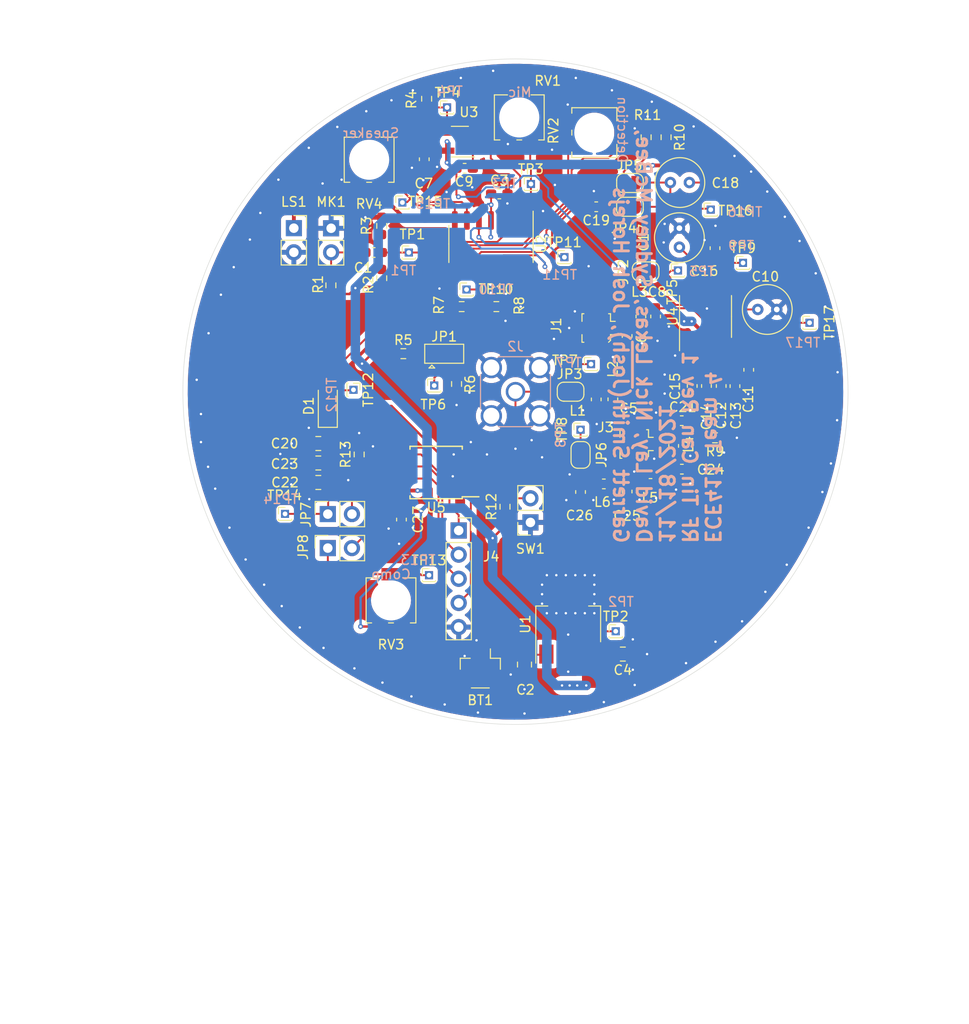
<source format=kicad_pcb>
(kicad_pcb (version 20211014) (generator pcbnew)
  (layers (0 "F.Cu" signal) (31 "B.Cu" signal) (34 "B.Paste" user) (35 "F.Paste" user) (36 "B.SilkS" user "B.Silkscreen") (37 "F.SilkS" user "F.Silkscreen") (38 "B.Mask" user) (39 "F.Mask" user) (44 "Edge.Cuts" user))
  (net 0 "")
  (net 1 "Net-(C1-Pad2)")
  (net 2 "VCC")
  (net 3 "GND")
  (net 4 "Net-(C5-Pad1)")
  (net 5 "Net-(C9-Pad1)")
  (net 6 "Net-(C10-Pad1)")
  (net 7 "Net-(LS1-Pad1)")
  (net 8 "Net-(C11-Pad1)")
  (net 9 "Net-(C15-Pad2)")
  (net 10 "Net-(C16-Pad2)")
  (net 11 "Net-(C14-Pad2)")
  (net 12 "Net-(RV1-Pad2)")
  (net 13 "Net-(C17-Pad1)")
  (net 14 "Net-(C1-Pad1)")
  (net 15 "Net-(C18-Pad1)")
  (net 16 "Net-(C18-Pad2)")
  (net 17 "Net-(C19-Pad1)")
  (net 18 "Net-(C19-Pad2)")
  (net 19 "Net-(C6-Pad1)")
  (net 20 "Net-(C6-Pad2)")
  (net 21 "Net-(C9-Pad2)")
  (net 22 "Net-(C11-Pad2)")
  (net 23 "Net-(C21-Pad1)")
  (net 24 "Net-(C24-Pad1)")
  (net 25 "Net-(C25-Pad1)")
  (net 26 "Net-(C26-Pad1)")
  (net 27 "/RF_Rx")
  (net 28 "/MOSI")
  (net 29 "Net-(D1-Pad2)")
  (net 30 "/~{RST}")
  (net 31 "Net-(JP1-Pad3)")
  (net 32 "Net-(JP1-Pad2)")
  (net 33 "Net-(BT1-Pad1)")
  (net 34 "Net-(JP1-Pad1)")
  (net 35 "Net-(JP2-Pad2)")
  (net 36 "Net-(JP5-Pad2)")
  (net 37 "MIC_EN")
  (net 38 "Net-(R12-Pad2)")
  (net 39 "Net-(RV1-Pad3)")
  (net 40 "Net-(RV2-Pad2)")
  (net 41 "Net-(RV4-Pad2)")
  (net 42 "Net-(U4-Pad12)")
  (net 43 "Net-(U4-Pad14)")
  (net 44 "Net-(R13-Pad1)")
  (net 45 "Net-(RV3-Pad2)")
  (net 47 "/MISO")
  (net 48 "/SCK")
  (footprint "Capacitor_SMD:C_0603_1608Metric_Pad1.08x0.95mm_HandSolder" (layer "F.Cu") (at 187.7 91.6125 90)
    (fp_text reference "L1")
    (fp_text value "220n")
  )
  (footprint "Capacitor_THT:C_Radial_D5.0mm_H5.0mm_P2.00mm" (layer "F.Cu") (at 204.7 82.15)
    (fp_text reference "C10")
    (fp_text value "1u")
  )
  (footprint "Capacitor_SMD:C_0805_2012Metric_Pad1.18x1.45mm_HandSolder" (layer "F.Cu") (at 190.5 118.4 180)
    (fp_text reference "C4")
    (fp_text value "22u")
  )
  (footprint "Connector_PinHeader_1.00mm:PinHeader_1x01_P1.00mm_Vertical" (layer "F.Cu") (at 186.05 94.8)
    (fp_text reference "TP8")
    (fp_text value "Testpoint")
  )
  (footprint "Capacitor_SMD:C_0603_1608Metric_Pad1.08x0.95mm_HandSolder" (layer "F.Cu") (at 164.275 76.16 180)
    (fp_text reference "C1")
    (fp_text value "1u")
  )
  (footprint "Connector_PinHeader_1.00mm:PinHeader_1x01_P1.00mm_Vertical" (layer "F.Cu") (at 154.95 103.65)
    (fp_text reference "TP14")
    (fp_text value "Testpoint")
  )
  (footprint "Capacitor_SMD:C_0805_2012Metric_Pad1.18x1.45mm_HandSolder" (layer "F.Cu") (at 158.45 96.25)
    (fp_text reference "C20")
    (fp_text value "22u")
  )
  (footprint "Capacitor_SMD:C_0805_2012Metric_Pad1.18x1.45mm_HandSolder" (layer "F.Cu") (at 158.45 98.3)
    (fp_text reference "C23")
    (fp_text value "22u")
  )
  (footprint "Jumper:SolderJumper-2_P1.3mm_Open_RoundedPad1.0x1.5mm" (layer "F.Cu") (at 191.25 71.35)
    (fp_text reference "JP4")
    (fp_text value "Jumper")
  )
  (footprint "Capacitor_SMD:C_0603_1608Metric_Pad1.08x0.95mm_HandSolder" (layer "F.Cu") (at 200.85 90.2 90)
    (fp_text reference "C12")
    (fp_text value "100n")
  )
  (footprint "Capacitor_SMD:C_0603_1608Metric_Pad1.08x0.95mm_HandSolder" (layer "F.Cu") (at 199.3 90.2 90)
    (fp_text reference "C14")
    (fp_text value "6.8n")
  )
  (footprint "Capacitor_SMD:C_0603_1608Metric_Pad1.08x0.95mm_HandSolder" (layer "F.Cu") (at 190.95 84.9375 90)
    (fp_text reference "C6")
    (fp_text value "5.6n")
  )
  (footprint "Capacitor_SMD:C_0603_1608Metric_Pad1.08x0.95mm_HandSolder" (layer "F.Cu") (at 195.85 96.5 90)
    (fp_text reference "L4")
    (fp_text value "3.3u")
  )
  (footprint "Package_SO:TSSOP-16_4.4x5mm_P0.65mm" (layer "F.Cu") (at 199.2 82.8875 90)
    (fp_text reference "U4")
    (fp_text value "LA72914V-TLM-H" hide)
  )
  (footprint "Capacitor_SMD:C_0603_1608Metric_Pad1.08x0.95mm_HandSolder" (layer "F.Cu") (at 196.7125 98.95)
    (fp_text reference "C24")
    (fp_text value "470p")
  )
  (footprint "Connector_PinHeader_1.00mm:PinHeader_1x01_P1.00mm_Vertical" (layer "F.Cu") (at 199.75 71.65)
    (fp_text reference "TP16")
    (fp_text value "Testpoint")
  )
  (footprint "Connector_PinHeader_1.00mm:PinHeader_1x01_P1.00mm_Vertical" (layer "F.Cu") (at 167.3 70.9)
    (fp_text reference "TP15")
    (fp_text value "Testpoint")
  )
  (footprint "Potentiometer_SMD:Potentiometer_Bourns_3314R-1_Vertical_Hole" (layer "F.Cu") (at 166.1 112.75 180)
    (fp_text reference "RV3")
    (fp_text value "0-100k")
  )
  (footprint "Capacitor_SMD:C_0603_1608Metric_Pad1.08x0.95mm_HandSolder" (layer "F.Cu") (at 187.7 71.35 180)
    (fp_text reference "C19")
    (fp_text value "1u")
  )
  (footprint "Capacitor_SMD:C_0603_1608Metric_Pad1.08x0.95mm_HandSolder" (layer "F.Cu") (at 192.4 82.8875 90)
    (fp_text reference "L3")
    (fp_text value "220n")
  )
  (footprint "Resistor_SMD:R_0603_1608Metric_Pad0.98x0.95mm_HandSolder" (layer "F.Cu") (at 167.4 86.8)
    (fp_text reference "R5")
    (fp_text value "10k")
  )
  (footprint "Capacitor_SMD:C_0603_1608Metric_Pad1.08x0.95mm_HandSolder" (layer "F.Cu") (at 188.5 100.5)
    (fp_text reference "L6")
    (fp_text value "3.3u")
  )
  (footprint "Connector_Coaxial:U.FL_Molex_MCRF_73412-0110_Vertical" (layer "F.Cu") (at 187.7 84.1 90)
    (fp_text reference "J1")
    (fp_text value "Conn_Coaxial")
  )
  (footprint "Connector_PinHeader_1.00mm:PinHeader_1x01_P1.00mm_Vertical" (layer "F.Cu") (at 184.35 76.65)
    (fp_text reference "TP11")
    (fp_text value "Testpoint")
  )
  (footprint "Capacitor_SMD:C_0603_1608Metric_Pad1.08x0.95mm_HandSolder" (layer "F.Cu") (at 190.95 101.3 -90)
    (fp_text reference "C25")
    (fp_text value "470p")
  )
  (footprint "Capacitor_SMD:C_0603_1608Metric_Pad1.08x0.95mm_HandSolder" (layer "F.Cu") (at 200.2 75.7 -90)
    (fp_text reference "C16")
    (fp_text value "100n")
  )
  (footprint "Connector_PinSocket_2.54mm:PinSocket_1x02_P2.54mm_Vertical" (layer "F.Cu") (at 159.8 73.61)
    (fp_text reference "MK1")
    (fp_text value "Microphone")
  )
  (footprint "Connector_PinSocket_2.54mm:PinSocket_1x02_P2.54mm_Vertical" (layer "F.Cu") (at 180.775 104.55 180)
    (fp_text reference "SW1")
    (fp_text value "SW_Push")
  )
  (footprint "Connector_PinHeader_1.00mm:PinHeader_1x01_P1.00mm_Vertical" (layer "F.Cu") (at 180.825 68.95)
    (fp_text reference "TP3")
    (fp_text value "Testpoint")
  )
  (footprint "Connector_PinHeader_1.00mm:PinHeader_1x01_P1.00mm_Vertical" (layer "F.Cu") (at 172 60.9)
    (fp_text reference "TP4")
    (fp_text value "Testpoint")
  )
  (footprint "Connector_PinHeader_1.00mm:PinHeader_1x01_P1.00mm_Vertical" (layer "F.Cu") (at 187.15 87.9)
    (fp_text reference "TP7")
    (fp_text value "Testpoint")
  )
  (footprint "Resistor_SMD:R_0603_1608Metric_Pad0.98x0.95mm_HandSolder" (layer "F.Cu") (at 192.95 64.0375 90)
    (fp_text reference "R11")
    (fp_text value "10k")
  )
  (footprint "Resistor_SMD:R_0603_1608Metric_Pad0.98x0.95mm_HandSolder" (layer "F.Cu") (at 178.1 102.9 90)
    (fp_text reference "R12")
    (fp_text value "10k")
  )
  (footprint "Connector_JST:JST_SH_BM02B-SRSS-TB_1x02-1MP_P1.00mm_Vertical" (layer "F.Cu") (at 175.5 119.95 180)
    (fp_text reference "BT1")
    (fp_text value "+9V" hide)
  )
  (footprint "Capacitor_SMD:C_0603_1608Metric_Pad1.08x0.95mm_HandSolder" (layer "F.Cu") (at 193.95 82.8875 -90)
    (fp_text reference "C8")
    (fp_text value "5.6n")
  )
  (footprint "Capacitor_SMD:C_0603_1608Metric_Pad1.08x0.95mm_HandSolder" (layer "F.Cu") (at 173.85 67.3)
    (fp_text reference "C9")
    (fp_text value "100n")
  )
  (footprint "Connector_PinSocket_2.54mm:PinSocket_1x02_P2.54mm_Vertical" (layer "F.Cu") (at 159.45 107.25 90)
    (fp_text reference "JP8")
    (fp_text value "Jumper_2_Bridged")
  )
  (footprint "Capacitor_SMD:C_0603_1608Metric_Pad1.08x0.95mm_HandSolder" (layer "F.Cu") (at 197.8 90.2 90)
    (fp_text reference "C15")
    (fp_text value "100n")
  )
  (footprint "Connector_PinHeader_1.00mm:PinHeader_1x01_P1.00mm_Vertical" (layer "F.Cu") (at 189.75 116)
    (fp_text reference "TP2")
    (fp_text value "Testpoint")
  )
  (footprint "Capacitor_SMD:C_0603_1608Metric_Pad1.08x0.95mm_HandSolder" (layer "F.Cu") (at 167.2 104.25 90)
    (fp_text reference "C27")
    (fp_text value "100n")
  )
  (footprint "Connector_PinSocket_2.54mm:PinSocket_1x05_P2.54mm_Vertical" (layer "F.Cu") (at 173.225 105.4)
    (fp_text reference "J4")
    (fp_text value "Conn_01x05")
  )
  (footprint "Package_TO_SOT_SMD:SOT-23-5_HandSoldering" (layer "F.Cu") (at 173.35 64.5 180)
    (fp_text reference "U3")
    (fp_text value "TMUX1101")
  )
  (footprint "Resistor_SMD:R_0603_1608Metric_Pad0.98x0.95mm_HandSolder" (layer "F.Cu") (at 162.75 97.4 90)
    (fp_text reference "R13")
    (fp_text value "10k")
  )
  (footprint "Capacitor_SMD:C_0603_1608Metric_Pad1.08x0.95mm_HandSolder" (layer "F.Cu") (at 203.75 88.5 90)
    (fp_text reference "C11")
    (fp_text value "100n")
  )
  (footprint "Capacitor_SMD:C_0805_2012Metric_Pad1.18x1.45mm_HandSolder" (layer "F.Cu") (at 180.15 119.5 90)
    (fp_text reference "C2")
    (fp_text value "100n")
  )
  (footprint "Connector_PinSocket_2.54mm:PinSocket_1x02_P2.54mm_Vertical" (layer "F.Cu") (at 155.875 73.6)
    (fp_text reference "LS1")
    (fp_text value "Speaker")
  )
  (footprint "Diode_SMD:D_SOD-123" (layer "F.Cu") (at 159.45 92.3 90)
    (fp_text reference "D1")
    (fp_text value "D_Schottky")
  )
  (footprint "Connector_PinHeader_1.00mm:PinHeader_1x01_P1.00mm_Vertical" (layer "F.Cu") (at 167.975 76.16)
    (fp_text reference "TP1")
    (fp_text value "Testpoint")
  )
  (footprint "Jumper:SolderJumper-3_P1.3mm_Open_Pad1.0x1.5mm" (layer "F.Cu") (at 171.7 86.8075)
    (fp_text reference "JP1")
    (fp_text value "Jumper_3_Open")
  )
  (footprint "Potentiometer_SMD:Potentiometer_Bourns_3314R-1_Vertical_Hole" (layer "F.Cu") (at 163.8 66.4 180)
    (fp_text reference "RV4")
    (fp_text value "0-100k")
  )
  (footprint "Connector_PinHeader_1.00mm:PinHeader_1x01_P1.00mm_Vertical" (layer "F.Cu") (at 170.65 90.15)
    (fp_text reference "TP6")
    (fp_text value "Testpoint")
  )
  (footprint "Potentiometer_SMD:Potentiometer_Bourns_3314R-1_Vertical_Hole" (layer "F.Cu") (at 179.6 61.95 180)
    (fp_text reference "RV1")
    (fp_text value "0-100k")
  )
  (footprint "Package_TO_SOT_SMD:SOT-223-3_TabPin2" (layer "F.Cu") (at 184.75 115.25 90)
    (fp_text reference "U1")
    (fp_text value "LM2937IMP" hide)
  )
  (footprint "Connector_PinHeader_1.00mm:PinHeader_1x01_P1.00mm_Vertical" (layer "F.Cu") (at 210.15 83.55)
    (fp_text reference "TP17")
    (fp_text value "Testpoint")
  )
  (footprint "Connector_PinHeader_1.00mm:PinHeader_1x01_P1.00mm_Vertical" (layer "F.Cu") (at 196.3 78.05)
    (fp_text reference "TP5")
    (fp_text value "Testpoint")
  )
  (footprint "Connector_PinHeader_1.00mm:PinHeader_1x01_P1.00mm_Vertical" (layer "F.Cu") (at 203.15 77.25)
    (fp_text reference "TP9")
    (fp_text value "Testpoint")
  )
  (footprint "Capacitor_SMD:C_0603_1608Metric_Pad1.08x0.95mm_HandSolder" (layer "F.Cu") (at 196.7 93.85)
    (fp_text reference "C21")
    (fp_text value "470p")
  )
  (footprint "Capacitor_SMD:C_0603_1608Metric_Pad1.08x0.95mm_HandSolder" (layer "F.Cu") (at 193.4125 100.45)
    (fp_text reference "L5")
    (fp_text value "3.3u")
  )
  (footprint "Resistor_SMD:R_0603_1608Metric_Pad0.98x0.95mm_HandSolder" (layer "F.Cu") (at 169.85 59.9875 -90)
    (fp_text reference "R4")
    (fp_text value "10k")
  )
  (footprint "Connector_Coaxial:U.FL_Molex_MCRF_73412-0110_Vertical" (layer "F.Cu") (at 191.7 96.3 90)
    (fp_text reference "J3")
    (fp_text value "Conn_Coaxial")
  )
  (footprint "Capacitor_SMD:C_0603_1608Metric_Pad1.08x0.95mm_HandSolder" (layer "F.Cu") (at 189.45 91.6 -90)
    (fp_text reference "C5")
    (fp_text value "5.6n")
  )
  (footprint "Package_SO:SOIC-14_3.9x8.7mm_P1.27mm" (layer "F.Cu") (at 176.625 75.26 -90)
    (fp_text reference "U2")
    (fp_text value "MCP6L04x-xSL")
  )
  (footprint "Capacitor_THT:C_Radial_D5.0mm_H5.0mm_P2.00mm" (layer "F.Cu") (at 196.45 75.6 90)
    (fp_text reference "C17")
    (fp_text value "470n")
  )
  (footprint "Jumper:SolderJumper-2_P1.3mm_Open_RoundedPad1.0x1.5mm" (layer "F.Cu") (at 191.25 68.85 180)
    (fp_text reference "JP5")
    (fp_text value "Jumper")
  )
  (footprint "Capacitor_SMD:C_0805_2012Metric_Pad1.18x1.45mm_HandSolder" (layer "F.Cu") (at 158.45 100.35)
    (fp_text reference "C22")
    (fp_text value "22u")
  )
  (footprint "Jumper:SolderJumper-2_P1.3mm_Open_RoundedPad1.0x1.5mm" (layer "F.Cu") (at 186.05 97.45 -90)
    (fp_text reference "JP6")
    (fp_text value "Jumper")
  )
  (footprint "Resistor_SMD:R_0603_1608Metric_Pad0.98x0.95mm_HandSolder" (layer "F.Cu") (at 173 89.9875 -90)
    (fp_text reference "R6")
    (fp_text value "10k")
  )
  (footprint "Resistor_SMD:R_0603_1608Metric_Pad0.98x0.95mm_HandSolder" (layer "F.Cu") (at 200.2 95.65 180)
    (fp_text reference "R9")
    (fp_text value "1k")
  )
  (footprint "Capacitor_THT:C_Radial_D5.0mm_H5.0mm_P2.00mm" (layer "F.Cu") (at 197.5 68.8 180)
    (fp_text reference "C18")
    (fp_text value "1u")
  )
  (footprint "Resistor_SMD:R_0603_1608Metric_Pad0.98x0.95mm_HandSolder" (layer "F.Cu") (at 173.5375 81.85)
    (fp_text reference "R7")
    (fp_text value "10k")
  )
  (footprint "Capacitor_SMD:C_0603_1608Metric_Pad1.08x0.95mm_HandSolder" (layer "F.Cu") (at 177.5 70)
    (fp_text reference "C3")
    (fp_text value "100n")
  )
  (footprint "Jumper:SolderJumper-2_P1.3mm_Open_RoundedPad1.0x1.5mm" (layer "F.Cu") (at 192.9 78.15)
    (fp_text reference "JP2")
    (fp_text value "Jumper")
  )
  (footprint "Capacitor_SMD:C_0603_1608Metric_Pad1.08x0.95mm_HandSolder" (layer "F.Cu") (at 190.95 88.2875 -90)
    (fp_text reference "L2")
    (fp_text value "220n" hide)
  )
  (footprint "Resistor_SMD:R_0603_1608Metric_Pad0.98x0.95mm_HandSolder" (layer "F.Cu") (at 195.05 64.0375 -90)
    (fp_text reference "R10")
    (fp_text value "10k")
  )
  (footprint "Jumper:SolderJumper-2_P1.3mm_Open_RoundedPad1.0x1.5mm" (layer "F.Cu") (at 185 90.8 180)
    (fp_text reference "JP3")
    (fp_text value "Jumper")
  )
  (footprint "Capacitor_SMD:C_0603_1608Metric_Pad1.08x0.95mm_HandSolder" (layer "F.Cu") (at 186.05 101.35 -90)
    (fp_text reference "C26")
    (fp_text value "470p")
  )
  (footprint "Capacitor_SMD:C_0603_1608Metric_Pad1.08x0.95mm_HandSolder" (layer "F.Cu") (at 169.6 66.35 -90)
    (fp_text reference "C7")
    (fp_text value "100n")
  )
  (footprint "Capacitor_SMD:C_0603_1608Metric_Pad1.08x0.95mm_HandSolder" (layer "F.Cu") (at 202.3 90.2125 90)
    (fp_text reference "C13")
    (fp_text value "10n")
  )
  (footprint "Connector_PinHeader_1.00mm:PinHeader_1x01_P1.00mm_Vertical" (layer "F.Cu") (at 174.05 80.05)
    (fp_text reference "TP10")
    (fp_text value "Testpoint")
  )
  (footprint "Connector_PinHeader_1.00mm:PinHeader_1x01_P1.00mm_Vertical" (layer "F.Cu") (at 170.1 110.1)
    (fp_text reference "TP13")
    (fp_text value "Testpoint")
  )
  (footprint "Potentiometer_SMD:Potentiometer_Bourns_3314R-1_Vertical_Hole" (layer "F.Cu") (at 187.5 63.55 90)
    (fp_text reference "RV2")
    (fp_text value "0-100k" hide)
  )
  (footprint "Connector_PinHeader_1.00mm:PinHeader_1x01_P1.00mm_Vertical" (layer "F.Cu") (at 162.15 90.6 -90)
    (fp_text reference "TP12")
    (fp_text value "Testpoint")
  )
  (footprint "Resistor_SMD:R_0603_1608Metric_Pad0.98x0.95mm_HandSolder" (layer "F.Cu") (at 159.775 79.61 -90)
    (fp_text reference "R1")
    (fp_text value "2.2k")
  )
  (footprint "Resistor_SMD:R_0603_1608Metric_Pad0.98x0.95mm_HandSolder" (layer "F.Cu") (at 177.1875 81.85)
    (fp_text reference "R8")
    (fp_text value "10k")
  )
  (footprint "Package_SO:SOIC-8W_5.3x5.3mm_P1.27mm" (layer "F.Cu") (at 170.85 99.3 180)
    (fp_text reference "U5")
    (fp_text value "ATtiny85V-10S" hide)
  )
  (footprint "Resistor_SMD:R_0603_1608Metric_Pad0.98x0.95mm_HandSolder" (layer "F.Cu") (at 165.125 73.36 -90)
    (fp_text reference "R3")
    (fp_text value "10k")
  )
  (footprint "Connector_PinSocket_2.54mm:PinSocket_1x02_P2.54mm_Vertical" (layer "F.Cu") (at 159.45 103.675 90)
    (fp_text reference "JP7")
    (fp_text value "Connector_PinHeader_1.00mm:PinHeader_1x02_P1.00mm_Vertical")
  )
  (footprint "Resistor_SMD:R_0603_1608Metric_Pad0.98x0.95mm_HandSolder" (layer "F.Cu") (at 165.125 78.86 -90)
    (fp_text reference "R2")
    (fp_text value "10k")
  )
  (footprint "Connector_Coaxial:SMA_Amphenol_132134_Vertical" (layer "B.Cu") (at 179.2 90.8 180)
    (fp_text reference "J2")
    (fp_text value "Conn_Coaxial" hide)
  )
  (gr_circle locked (center 179.2 90.8) (end 214.200143 90.8) (layer "Edge.Cuts") (width 0.05) (fill none))
  (gr_text "Comp" (at 166.1 110) (layer "B.SilkS") (effects (font (size 1 1)) (justify mirror)))
  (gr_text "Mic" (at 179.65 59.3) (layer "B.SilkS") (effects (font (size 1 1)) (justify mirror)))
  (gr_text "ECE411 Team 4\nRF Tin Can Rev 1\n11/18/2021\nDavid Lay, Nick Lekas, Sydney McBee, \nGarrett Smith(~{Josh}), Josh Horejs" (at 195.1 106.9 270) (layer "B.SilkS") (effects (font (size 1.5 1.5) (thickness 0.3)) (justify left mirror)))
  (gr_text "Speaker" (at 164 63.6) (layer "B.SilkS") (effects (font (size 1 1)) (justify mirror)))
  (gr_text "Detection" (at 190.45 63.25 270) (layer "B.SilkS") (effects (font (size 1 1)) (justify mirror)))
  (segment (start 159.8 78.6725) (end 159.775 78.6975) (width 0.2) (layer "F.Cu") (net 1))
  (segment (start 159.8 76.15) (end 159.8 78.6725) (width 0.2) (layer "F.Cu") (net 1))
  (segment (start 163.3725 76.15) (end 163.4125 76.11) (width 0.2) (layer "F.Cu") (net 1))
  (segment (start 159.8 76.15) (end 163.3725 76.15) (width 0.2) (layer "F.Cu") (net 1))
  (segment (start 176.6 74.54218) (end 176.6 72.81) (width 0.2) (layer "F.Cu") (net 2))
  (segment (start 167.2 103.3875) (end 167.2 101.205) (width 0.4) (layer "F.Cu") (net 2))
  (segment (start 197.65 64.25) (end 197.65 65.7) (width 0.4) (layer "F.Cu") (net 2))
  (segment (start 198.875 84.525) (end 197.75 83.4) (width 0.4) (layer "F.Cu") (net 2))
  (segment (start 187.05 118.4) (end 187.05 121.3) (width 1) (layer "F.Cu") (net 2))
  (segment (start 167.205 101.2) (end 167.2 101.205) (width 0.4) (layer "F.Cu") (net 2))
  (segment (start 169.25 103.35) (end 167.2375 103.35) (width 0.4) (layer "F.Cu") (net 2))
  (segment (start 186.65 121.7) (end 184.1 121.7) (width 1) (layer "F.Cu") (net 2))
  (segment (start 172 64.5) (end 172 65.45) (width 0.4) (layer "F.Cu") (net 2))
  (segment (start 200.4 87.9) (end 199.5 87.9) (width 0.2) (layer "F.Cu") (net 2))
  (segment (start 159.775 80.5225) (end 161.7275 80.5225) (width 0.25) (layer "F.Cu") (net 2))
  (segment (start 197.65 65.7) (end 197.35 66) (width 0.4) (layer "F.Cu") (net 2))
  (segment (start 187.85 116) (end 189.75 116) (width 0.2) (layer "F.Cu") (net 2))
  (segment (start 176.6 72.81) (end 176.625 72.785) (width 0.2) (layer "F.Cu") (net 2))
  (segment (start 167.2375 103.35) (end 167.2 103.3875) (width 0.25) (layer "F.Cu") (net 2))
  (segment (start 187.05 121.3) (end 186.65 121.7) (width 1) (layer "F.Cu") (net 2))
  (segment (start 195.05 63.125) (end 196.525 63.125) (width 0.4) (layer "F.Cu") (net 2))
  (segment (start 176.6 72.76) (end 176.625 72.785) (width 0.2) (layer "F.Cu") (net 2))
  (segment (start 172 66.7) (end 172 65.45) (width 0.4) (layer "F.Cu") (net 2))
  (segment (start 166.4875 84.6625) (end 169.3 81.85) (width 0.25) (layer "F.Cu") (net 2))
  (segment (start 187.05 116.8) (end 187.85 116) (width 0.2) (layer "F.Cu") (net 2))
  (segment (start 178.1 104.9) (end 176.8 106.2) (width 0.25) (layer "F.Cu") (net 2))
  (segment (start 189.4625 118.4) (end 187.05 118.4) (width 0.2) (layer "F.Cu") (net 2))
  (segment (start 161.7275 80.5225) (end 162.35 79.9) (width 0.25) (layer "F.Cu") (net 2))
  (segment (start 176.6375 71.1875) (end 176.6375 71.1375) (width 0.2) (layer "F.Cu") (net 2))
  (segment (start 177.895 76.51076) (end 177.95 76.45576) (width 0.2) (layer "F.Cu") (net 2))
  (segment (start 182.3 77.25576) (end 182.3 77.65) (width 0.2) (layer "F.Cu") (net 2))
  (segment (start 198.875 87.275) (end 198.875 85.75) (width 0.2) (layer "F.Cu") (net 2))
  (segment (start 164.1 86.8) (end 163.05 87.85) (width 0.25) (layer "F.Cu") (net 2))
  (segment (start 200.85 89.3375) (end 200.85 88.35) (width 0.2) (layer "F.Cu") (net 2))
  (segment (start 162.9 115.5) (end 164.95 115.5) (width 0.25) (layer "F.Cu") (net 2))
  (segment (start 196.95 83.4) (end 197.75 83.4) (width 0.4) (layer "F.Cu") (net 2))
  (segment (start 169.6125 65.45) (end 172 65.45) (width 0.2) (layer "F.Cu") (net 2))
  (segment (start 196.35 67) (end 193.65 67) (width 0.4) (layer "F.Cu") (net 2))
  (segment (start 177.895 77.735) (end 177.895 76.51076) (width 0.2) (layer "F.Cu") (net 2))
  (segment (start 200.85 88.35) (end 200.4 87.9) (width 0.2) (layer "F.Cu") (net 2))
  (segment (start 196.525 63.125) (end 197.65 64.25) (width 0.4) (layer "F.Cu") (net 2))
  (segment (start 169.3 81.85) (end 172.625 81.85) (width 0.25) (layer "F.Cu") (net 2))
  (segment (start 197.35 66) (end 196.35 67) (width 0.4) (layer "F.Cu") (net 2))
  (segment (start 162.35 79.9) (end 162.4775 79.7725) (width 0.25) (layer "F.Cu") (net 2))
  (segment (start 162.4775 79.7725) (end 165.125 79.7725) (width 0.25) (layer "F.Cu") (net 2))
  (segment (start 169.6 65.4375) (end 169.6125 65.45) (width 0.2) (layer "F.Cu") (net 2))
  (segment (start 166.4875 86.8) (end 164.1 86.8) (width 0.25) (layer "F.Cu") (net 2))
  (segment (start 181.5 76.45576) (end 182.3 77.25576) (width 0.2) (layer "F.Cu") (net 2))
  (segment (start 198.875 85.75) (end 198.875 84.525) (width 0.4) (layer "F.Cu") (net 2))
  (segment (start 176.6375 71.1875) (end 176.6375 72.7725) (width 0.2) (layer "F.Cu") (net 2))
  (segment (start 166.4875 86.8) (end 166.4875 84.6625) (width 0.25) (layer "F.Cu") (net 2))
  (segment (start 176.6375 72.7725) (end 176.625 72.785) (width 0.2) (layer "F.Cu") (net 2))
  (segment (start 187.05 118.4) (end 187.05 116.8) (width 0.2) (layer "F.Cu") (net 2))
  (segment (start 176.6375 70) (end 176.6375 71.1875) (width 0.2) (layer "F.Cu") (net 2))
  (segment (start 168.9 101.2) (end 167.205 101.2) (width 0.4) (layer "F.Cu") (net 2))
  (segment (start 177.95 76.45576) (end 181.5 76.45576) (width 0.2) (layer "F.Cu") (net 2))
  (segment (start 178.1 103.8125) (end 178.1 104.9) (width 0.25) (layer "F.Cu") (net 2))
  (segment (start 199.5 87.9) (end 198.875 87.275) (width 0.2) (layer "F.Cu") (net 2))
  (via (at 163.05 87.85) (size 0.508) (drill 0.254) (layers "F.Cu" "B.Cu") (net 2))
  (via (at 162.9 115.5) (size 0.508) (drill 0.254) (layers "F.Cu" "B.Cu") (net 2))
  (via (at 172 64.5) (size 0.508) (drill 0.254) (layers "F.Cu" "B.Cu") (net 2))
  (via (at 184.1 121.7) (size 0.508) (drill 0.254) (layers "F.Cu" "B.Cu") (net 2))
  (via (at 162.35 79.9) (size 0.508) (drill 0.254) (layers "F.Cu" "B.Cu") (net 2))
  (via (at 186.65 121.7) (size 0.508) (drill 0.254) (layers "F.Cu" "B.Cu") (net 2))
  (via (at 176.8 106.2) (size 0.508) (drill 0.254) (layers "F.Cu" "B.Cu") (net 2))
  (via (at 184.9 121.7) (size 0.508) (drill 0.254) (layers "F.Cu" "B.Cu") (net 2))
  (via (at 172 66.7) (size 0.508) (drill 0.254) (layers "F.Cu" "B.Cu") (net 2))
  (via (at 197.75 83.4) (size 0.508) (drill 0.254) (layers "F.Cu" "B.Cu") (net 2))
  (via (at 176.6 74.54218) (size 0.508) (drill 0.254) (layers "F.Cu" "B.Cu") (net 2))
  (via (at 182.3 77.65) (size 0.508) (drill 0.254) (layers "F.Cu" "B.Cu") (net 2))
  (via (at 168.9 101.2) (size 0.508) (drill 0.254) (layers "F.Cu" "B.Cu") (net 2))
  (via (at 196.95 83.4) (size 0.508) (drill 0.254) (layers "F.Cu" "B.Cu") (net 2))
  (via (at 193.65 67) (size 0.508) (drill 0.254) (layers "F.Cu" "B.Cu") (net 2))
  (via (at 185.7 121.7) (size 0.508) (drill 0.254) (layers "F.Cu" "B.Cu") (net 2))
  (via (at 176.6375 71.1375) (size 0.508) (drill 0.254) (layers "F.Cu" "B.Cu") (net 2))
  (via (at 169.25 103.35) (size 0.508) (drill 0.254) (layers "F.Cu" "B.Cu") (net 2))
  (segment (start 192.95 68.5) (end 192.95 79.4) (width 1) (layer "B.Cu") (net 2))
  (segment (start 172.55 67.6) (end 172.5 67.6) (width 1) (layer "B.Cu") (net 2))
  (segment (start 170.225 102.325) (end 170.225 102.375) (width 0.4) (layer "B.Cu") (net 2))
  (segment (start 162.9 112.45) (end 162.9 115.5) (width 0.25) (layer "B.Cu") (net 2))
  (segment (start 172.55 67.6) (end 172.55 67.25) (width 0.4) (layer "B.Cu") (net 2))
  (segment (start 182.3 77.25) (end 180.8 75.75) (width 0.2) (layer "B.Cu") (net 2))
  (segment (start 169.9 101.2) (end 169.9 94.7) (width 1) (layer "B.Cu") (net 2))
  (segment (start 165.6 72.55) (end 169.7 72.55) (width 1) (layer "B.Cu") (net 2))
  (segment (start 175.85 71.5) (end 176.3 71.05) (width 0.2) (layer "B.Cu") (net 2))
  (segment (start 193.65 67) (end 192.75 67) (width 0.4) (layer "B.Cu") (net 2))
  (segment (start 192.1 67.65) (end 192.95 68.5) (width 1) (layer "B.Cu") (net 2))
  (segment (start 192.75 67) (end 192.1 67.65) (width 0.4) (layer "B.Cu") (net 2))
  (segment (start 174.5 74.65) (end 174.5 73.9) (width 0.2) (layer "B.Cu") (net 2))
  (segment (start 169.9 102) (end 169.9 101.2) (width 1) (layer "B.Cu") (net 2))
  (segment (start 174.8 72.55) (end 175.85 71.5) (width 1) (layer "B.Cu") (net 2))
  (segment (start 182.5 120.75) (end 182.5 116.15) (width 1) (layer "B.Cu") (net 2))
  (segment (start 170.225 102.325) (end 169.9 102) (width 1) (layer "B.Cu") (net 2))
  (segment (start 167.35 108) (end 162.9 112.45) (width 0.25) (layer "B.Cu") (net 2))
  (segment (start 186.65 121.7) (end 184.9 121.7) (width 1) (layer "B.Cu") (net 2))
  (segment (start 172.5 67.6) (end 169.7 70.4) (width 1) (layer "B.Cu") (net 2))
  (segment (start 183.45 121.7) (end 182.5 120.75) (width 1) (layer "B.Cu") (net 2))
  (segment (start 175.6 75.75) (end 174.5 74.65) (width 0.2) (layer "B.Cu") (net 2))
  (segment (start 184.9 121.7) (end 183.45 121.7) (width 1) (layer "B.Cu") (net 2))
  (segment (start 192.95 79.4) (end 196.95 83.4) (width 1) (layer "B.Cu") (net 2))
  (segment (start 196.95 83.4) (end 197.75 83.4) (width 1) (layer "B.Cu") (net 2))
  (segment (start 174.5 73.9) (end 174.8 73.6) (width 0.2) (layer "B.Cu") (net 2))
  (segment (start 176.8 106.2) (end 173.65 103.05) (width 1) (layer "B.Cu") (net 2))
  (segment (start 170.225 102.325) (end 169.25 103.3) (width 0.25) (layer "B.Cu") (net 2))
  (segment (start 170.95 103.05) (end 170.225 102.325) (width 1) (layer "B.Cu") (net 2))
  (segment (start 169.25 103.3) (end 169.25 103.35) (width 0.25) (layer "B.Cu") (net 2))
  (segment (start 175.85 71.5) (end 176.6 72.25) (width 0.2) (layer "B.Cu") (net 2))
  (segment (start 172.175 66.875) (end 172.175 64.675) (width 0.4) (layer "B.Cu") (net 2))
  (segment (start 162.35 87.15) (end 162.35 79.9) (width 1) (layer "B.Cu") (net 2))
  (segment (start 173.25 66.9) (end 191.35 66.9) (width 1) (layer "B.Cu") (net 2))
  (segment (start 169.9 101.2) (end 168.9 101.2) (width 0.4) (layer "B.Cu") (net 2))
  (segment (start 164.75 73.4) (end 165.6 72.55) (width 1) (layer "B.Cu") (net 2))
  (segment (start 176.6 72.25) (end 176.6 73.6) (width 0.2) (layer "B.Cu") (net 2))
  (segment (start 180.8 75.75) (end 175.6 75.75) (width 0.2) (layer "B.Cu") (net 2))
  (segment (start 162.35 79.9) (end 164.75 77.5) (width 1) (layer "B.Cu") (net 2))
  (segment (start 184.9 121.7) (end 185.7 121.7) (width 0.4) (layer "B.Cu") (net 2))
  (segment (start 164.75 77.5) (end 164.75 73.4) (width 1) (layer "B.Cu") (net 2))
  (segment (start 176.8 110.45) (end 176.8 106.2) (width 1) (layer "B.Cu") (net 2))
  (segment (start 172.175 66.875) (end 172 66.7) (width 0.4) (layer "B.Cu") (net 2))
  (segment (start 169.7 72.55) (end 174.8 72.55) (width 1) (layer "B.Cu") (net 2))
  (segment (start 169.25 106.1) (end 167.35 108) (width 0.25) (layer "B.Cu") (net 2))
  (segment (start 182.3 77.65) (end 182.3 77.25) (width 0.2) (layer "B.Cu") (net 2))
  (segment (start 176.3 71.05) (end 176.55 71.05) (width 0.2) (layer "B.Cu") (net 2))
  (segment (start 173.65 103.05) (end 170.95 103.05) (width 1) (layer "B.Cu") (net 2))
  (segment (start 176.6 73.6) (end 176.6 74.54218) (width 0.2) (layer "B.Cu") (net 2))
  (segment (start 172.55 67.25) (end 172.175 66.875) (width 0.4) (layer "B.Cu") (net 2))
  (segment (start 174.8 73.6) (end 176.6 73.6) (width 0.2) (layer "B.Cu") (net 2))
  (segment (start 169.7 70.4) (end 169.7 72.55) (width 1) (layer "B.Cu") (net 2))
  (segment (start 169.9 94.7) (end 162.35 87.15) (width 1) (layer "B.Cu") (net 2))
  (segment (start 170.225 102.375) (end 169.25 103.35) (width 0.4) (layer "B.Cu") (net 2))
  (segment (start 172.175 64.675) (end 172 64.5) (width 0.4) (layer "B.Cu") (net 2))
  (segment (start 182.5 116.15) (end 176.8 110.45) (width 1) (layer "B.Cu") (net 2))
  (segment (start 176.55 71.05) (end 176.6375 71.1375) (width 0.2) (layer "B.Cu") (net 2))
  (segment (start 191.35 66.9) (end 192.1 67.65) (width 1) (layer "B.Cu") (net 2))
  (segment (start 172.55 67.6) (end 173.25 66.9) (width 1) (layer "B.Cu") (net 2))
  (segment (start 169.25 103.35) (end 169.25 106.1) (width 0.25) (layer "B.Cu") (net 2))
  (segment (start 198.875 81.575) (end 199.35 82.05) (width 0.2) (layer "F.Cu") (net 3))
  (segment (start 179.165 77.735) (end 179.165 79.885) (width 0.2) (layer "F.Cu") (net 3))
  (segment (start 176.625 77.735) (end 176.625 79.475) (width 0.2) (layer "F.Cu") (net 3))
  (segment (start 198.875 78.725) (end 199.15 78.45) (width 0.2) (layer "F.Cu") (net 3))
  (segment (start 198.875 80.025) (end 198.875 81.575) (width 0.2) (layer "F.Cu") (net 3))
  (segment (start 179.165 79.885) (end 179.15 79.9) (width 0.2) (layer "F.Cu") (net 3))
  (segment (start 199.15 78.45) (end 199.15 77.95) (width 0.2) (layer "F.Cu") (net 3))
  (segment (start 198.875 80.025) (end 198.875 78.725) (width 0.2) (layer "F.Cu") (net 3))
  (segment (start 176.625 79.475) (end 176.55 79.55) (width 0.2) (layer "F.Cu") (net 3))
  (via (at 174.5 96.1) (size 0.508) (drill 0.254) (layers "F.Cu" "B.Cu") (net 3))
  (via (at 147.6 101) (size 0.508) (drill 0.254) (layers "F.Cu" "B.Cu") (net 3))
  (via (at 202.25 66) (size 0.508) (drill 0.254) (layers "F.Cu" "B.Cu") (net 3))
  (via (at 188.5 123.45) (size 0.508) (drill 0.254) (layers "F.Cu" "B.Cu") (net 3))
  (via (at 160.9 68.5) (size 0.508) (drill 0.254) (layers "F.Cu" "B.Cu") (net 3))
  (via (at 193.1 61.85) (size 0.508) (drill 0.254) (layers "F.Cu" "B.Cu") (net 3))
  (via (at 193.55 60.3) (size 0.508) (drill 0.254) (layers "F.Cu" "B.Cu") (net 3))
  (via (at 184.9 124.45) (size 0.508) (drill 0.254) (layers "F.Cu" "B.Cu") (net 3))
  (via (at 145.65 89.55) (size 0.508) (drill 0.254) (layers "F.Cu" "B.Cu") (net 3))
  (via (at 184.9 99.5) (size 0.508) (drill 0.254) (layers "F.Cu" "B.Cu") (net 3))
  (via (at 212.4 98.35) (size 0.508) (drill 0.254) (layers "F.Cu" "B.Cu") (net 3))
  (via (at 191.75 63.1) (size 0.508) (drill 0.254) (layers "F.Cu" "B.Cu") (net 3))
  (via (at 159 117.75) (size 0.508) (drill 0.254) (layers "F.Cu" "B.Cu") (net 3))
  (via (at 184.85 84.1) (size 0.508) (drill 0.254) (layers "F.Cu" "B.Cu") (net 3))
  (via (at 155.6 98.35) (size 0.508) (drill 0.254) (layers "F.Cu" "B.Cu") (net 3))
  (via (at 202.5 95.65) (size 0.508) (drill 0.254) (layers "F.Cu" "B.Cu") (net 3))
  (via (at 194.8 75.1) (size 0.508) (drill 0.254) (layers "F.Cu" "B.Cu") (net 3))
  (via (at 190.8 92.6) (size 0.508) (drill 0.254) (layers "F.Cu" "B.Cu") (net 3))
  (via (at 180.9 95.9) (size 0.508) (drill 0.254) (layers "F.Cu" "B.Cu") (net 3))
  (via (at 213.1 88.75) (size 0.508) (drill 0.254) (layers "F.Cu" "B.Cu") (net 3))
  (via (at 183.5 110.1) (size 0.508) (drill 0.254) (layers "F.Cu" "B.Cu") (net 3))
  (via (at 162.75 95.15) (size 0.508) (drill 0.254) (layers "F.Cu" "B.Cu") (net 3))
  (via (at 209.1 74.95) (size 0.508) (drill 0.254) (layers "F.Cu" "B.Cu") (net 3))
  (via (at 186.05 103.9) (size 0.508) (drill 0.254) (layers "F.Cu" "B.Cu") (net 3))
  (via (at 202.3 92.5) (size 0.508) (drill 0.254) (layers "F.Cu" "B.Cu") (net 3))
  (via (at 182.5 114.1) (size 0.508) (drill 0.254) (layers "F.Cu" "B.Cu") (net 3))
  (via (at 211.5 101.35) (size 0.508) (drill 0.254) (layers "F.Cu" "B.Cu") (net 3))
  (via (at 178.2 80.5) (size 0.508) (drill 0.254) (layers "F.Cu" "B.Cu") (net 3))
  (via (at 168.4 59.1) (size 0.508) (drill 0.254) (layers "F.Cu" "B.Cu") (net 3))
  (via (at 188.7 97.95) (size 0.508) (drill 0.254) (layers "F.Cu" "B.Cu") (net 3))
  (via (at 156.5 115.6) (size 0.508) (drill 0.254) (layers "F.Cu" "B.Cu") (net 3))
  (via (at 173 92.2) (size 0.508) (drill 0.254) (layers "F.Cu" "B.Cu") (net 3))
  (via (at 184 96) (size 0.508) (drill 0.254) (layers "F.Cu" "B.Cu") (net 3))
  (via (at 190.95 103.75) (size 0.508) (drill 0.254) (layers "F.Cu" "B.Cu") (net 3))
  (via (at 151.25 74.8) (size 0.508) (drill 0.254) (layers "F.Cu" "B.Cu") (net 3))
  (via (at 186.9 77.6) (size 0.508) (drill 0.254) (layers "F.Cu" "B.Cu") (net 3))
  (via (at 168.4 105.1) (size 0.508) (drill 0.254) (layers "F.Cu" "B.Cu") (net 3))
  (via (at 182 112.1) (size 0.508) (drill 0.254) (layers "F.Cu" "B.Cu") (net 3))
  (via (at 197.15 119.35) (size 0.508) (drill 0.254) (layers "F.Cu" "B.Cu") (net 3))
  (via (at 183.5 114.1) (size 0.508) (drill 0.254) (layers "F.Cu" "B.Cu") (net 3))
  (via (at 178.15 83.35) (size 0.508) (drill 0.254) (layers "F.Cu" "B.Cu") (net 3))
  (via (at 157.45 94.6) (size 0.508) (drill 0.254) (layers "F.Cu" "B.Cu") (net 3))
  (via (at 194.9 89) (size 0.508) (drill 0.254) (layers "F.Cu" "B.Cu") (net 3))
  (via (at 178.4 64.75) (size 0.508) (drill 0.254) (layers "F.Cu" "B.Cu") (net 3))
  (via (at 200.25 117.1) (size 0.508) (drill 0.254) (layers "F.Cu" "B.Cu") (net 3))
  (via (at 183.25 85.25) (size 0.508) (drill 0.254) (layers "F.Cu" "B.Cu") (net 3))
  (via (at 155.6 100.55) (size 0.508) (drill 0.254) (layers "F.Cu" "B.Cu") (net 3))
  (via (at 174.35 90.9) (size 0.508) (drill 0.254) (layers "F.Cu" "B.Cu") (net 3))
  (via (at 149.1 105.1) (size 0.508) (drill 0.254) (layers "F.Cu" "B.Cu") (net 3))
  (via (at 203.05 114.95) (size 0.508) (drill 0.254) (layers "F.Cu" "B.Cu") (net 3))
  (via (at 182 97.7) (size 0.508) (drill 0.254) (layers "F.Cu" "B.Cu") (net 3))
  (via (at 211.8 81.85) (size 0.508) (drill 0.254) (layers "F.Cu" "B.Cu") (net 3))
  (via (at 182 113.1) (size 0.508) (drill 0.254) (layers "F.Cu" "B.Cu") (net 3))
  (via (at 182 111.1) (size 0.508) (drill 0.254) (layers "F.Cu" "B.Cu") (net 3))
  (via (at 171.75 123.7) (size 0.508) (drill 0.254) (layers "F.Cu" "B.Cu") (net 3))
  (via (at 196 87) (size 0.508) (drill 0.254) (layers "F.Cu" "B.Cu") (net 3))
  (via (at 180.15 124.65) (size 0.508) (drill 0.254) (layers "F.Cu" "B.Cu") (net 3))
  (via (at 155.65 96.25) (size 0.508) (drill 0.254) (layers "F.Cu" "B.Cu") (net 3))
  (via (at 157.45 65.15) (size 0.508) (drill 0.254) (layers "F.Cu" "B.Cu") (net 3))
  (via (at 178.7 120.55) (size 0.508) (drill 0.254) (layers "F.Cu" "B.Cu") (net 3))
  (via (at 175.25 124.55) (size 0.508) (drill 0.254) (layers "F.Cu" "B.Cu") (net 3))
  (via (at 191.75 121.65) (size 0.508) (drill 0.254) (layers "F.Cu" "B.Cu") (net 3))
  (via (at 160.45 62.95) (size 0.508) (drill 0.254) (layers "F.Cu" "B.Cu") (net 3))
  (via (at 171.95 69.8) (size 0.508) (drill 0.254) (layers "F.Cu" "B.Cu") (net 3))
  (via (at 187.5 112.1) (size 0.508) (drill 0.254) (layers "F.Cu" "B.Cu") (net 3))
  (via (at 212.5 85) (size 0.508) (drill 0.254) (layers "F.Cu" "B.Cu") (net 3))
  (via (at 198.95 93.85) (size 0.508) (drill 0.254) (layers "F.Cu" "B.Cu") (net 3))
  (via (at 197.6 97.55) (size 0.508) (drill 0.254) (layers "F.Cu" "B.Cu") (net 3))
  (via (at 152.35 72) (size 0.508) (drill 0.254) (layers "F.Cu" "B.Cu") (net 3))
  (via (at 174.65 69.3) (size 0.508) (drill 0.254) (layers "F.Cu" "B.Cu") (net 3))
  (via (at 207.55 72.4) (size 0.508) (drill 0.254) (layers "F.Cu" "B.Cu") (net 3))
  (via (at 187.5 114.1) (size 0.508) (drill 0.254) (layers "F.Cu" "B.Cu") (net 3))
  (via (at 152.75 111.1) (size 0.508) (drill 0.254) (layers "F.Cu" "B.Cu") (net 3))
  (via (at 207.75 109) (size 0.508) (drill 0.254) (layers "F.Cu" "B.Cu") (net 3))
  (via (at 189.35 59.1) (size 0.508) (drill 0.254) (layers "F.Cu" "B.Cu") (net 3))
  (via (at 161.25 96.5) (size 0.508) (drill 0.254) (layers "F.Cu" "B.Cu") (net 3))
  (via (at 205.7 69.75) (size 0.508) (drill 0.254) (layers "F.Cu" "B.Cu") (net 3))
  (via (at 179.2 96.8) (size 0.508) (drill 0.254) (layers "F.Cu" "B.Cu") (net 3))
  (via (at 168.3 67.25) (size 0.508) (drill 0.254) (layers "F.Cu" "B.Cu") (net 3))
  (via (at 187.45 69.7) (size 0.508) (drill 0.254) (layers "F.Cu" "B.Cu") (net 3))
  (via (at 194.9 73.15) (size 0.508) (drill 0.254) (layers "F.Cu" "B.Cu") (net 3))
  (via (at 193.8 97.85) (size 0.508) (drill 0.254) (layers "F.Cu" "B.Cu") (net 3))
  (via (at 186.5 114.1) (size 0.508) (drill 0.254) (layers "F.Cu" "B.Cu") (net 3))
  (via (at 203.7 91.05) (size 0.508) (drill 0.254) (layers "F.Cu" "B.Cu") (net 3))
  (via (at 182.1 71.8) (size 0.508) (drill 0.254) (layers "F.Cu" "B.Cu") (net 3))
  (via (at 187.5 111.1) (size 0.508) (drill 0.254) (layers "F.Cu" "B.Cu") (net 3))
  (via (at 173.45 57.8) (size 0.508) (drill 0.254) (layers "F.Cu" "B.Cu") (net 3))
  (via (at 184.75 116.35) (size 0.508) (drill 0.254) (layers "F.Cu" "B.Cu") (net 3))
  (via (at 146.1 96.1) (size 0.508) (drill 0.254) (layers "F.Cu" "B.Cu") (net 3))
  (via (at 186.3 92.75) (size 0.508) (drill 0.254) (layers "F.Cu" "B.Cu") (net 3))
  (via (at 194.15 85.45) (size 0.508) (drill 0.254) (layers "F.Cu" "B.Cu") (net 3))
  (via (at 180.15 122.1) (size 0.508) (drill 0.254) (layers "F.Cu" "B.Cu") (net 3))
  (via (at 199.35 82.05) (size 0.508) (drill 0.254) (layers "F.Cu" "B.Cu") (net 3))
  (via (at 191.7 99.2) (size 0.508) (drill 0.254) (layers "F.Cu" "B.Cu") (net 3))
  (via (at 200.25 73.35) (size 0.508) (drill 0.254) (layers "F.Cu" "B.Cu") (net 3))
  (via (at 187.5 113.1) (size 0.508) (drill 0.254) (layers "F.Cu" "B.Cu") (net 3))
  (via (at 191.55 120.05) (size 0.508) (drill 0.254) (layers "F.Cu" "B.Cu") (net 3))
  (via (at 199.1 74.85) (size 0.508) (drill 0.254) (layers "F.Cu" "B.Cu") (net 3))
  (via (at 184.55 102.2) (size 0.508) (drill 0.254) (layers "F.Cu" "B.Cu") (net 3))
  (via (at 146.85 98.7) (size 0.508) (drill 0.254) (layers "F.Cu" "B.Cu") (net 3))
  (via (at 176.55 79.55) (size 0.508) (drill 0.254) (layers "F.Cu" "B.Cu") (net 3))
  (via (at 172.6 99.7) (size 0.508) (drill 0.254) (layers "F.Cu" "B.Cu") (net 3))
  (via (at 191.7 93.1) (size 0.508) (drill 0.254) (layers "F.Cu" "B.Cu") (net 3))
  (via (at 192.5 85.7) (size 0.508) (drill 0.254) (layers "F.Cu" "B.Cu") (net 3))
  (via (at 213.05 93.8) (size 0.508) (drill 0.254) (layers "F.Cu" "B.Cu") (net 3))
  (via (at 164.2 96.55) (size 0.508) (drill 0.254) (layers "F.Cu" "B.Cu") (net 3))
  (via (at 182.5 110.1) (size 0.508) (drill 0.254) (layers "F.Cu" "B.Cu") (net 3))
  (via (at 189.65 74.7) (size 0.508) (drill 0.254) (layers "F.Cu" "B.Cu") (net 3))
  (via (at 201.1 94.3) (size 0.508) (drill 0.254) (layers "F.Cu" "B.Cu") (net 3))
  (via (at 149.55 77.7) (size 0.508) (drill 0.254) (layers "F.Cu" "B.Cu") (net 3))
  (via (at 183.05 65.35) (size 0.508) (drill 0.254) (layers "F.Cu" "B.Cu") (net 3))
  (via (at 171.25 59.05) (size 0.508) (drill 0.254) (layers "F.Cu" "B.Cu") (net 3))
  (via (at 199.35 92.5) (size 0.508) (drill 0.254) (layers "F.Cu" "B.Cu") (net 3))
  (via (at 166.95 106.8) (size 0.508) (drill 0.254) (layers "F.Cu" "B.Cu") (net 3))
  (via (at 204 67.65) (size 0.508) (drill 0.254) (layers "F.Cu" "B.Cu") (net 3))
  (via (at 148.2 80.6) (size 0.508) (drill 0.254) (layers "F.Cu" "B.Cu") (net 3))
  (via (at 176.6 80.4) (size 0.508) (drill 0.254) (layers "F.Cu" "B.Cu") (net 3))
  (via (at 200.85 92.45) (size 0.508) (drill 0.254) (layers "F.Cu" "B.Cu") (net 3))
  (via (at 194 102) (size 0.508) (drill 0.254) (layers "F.Cu" "B.Cu") (net 3))
  (via (at 163.4 72.45) (size 0.508) (drill 0.254) (layers "F.Cu" "B.Cu") (net 3))
  (via (at 161.6 100.1) (size 0.508) (drill 0.254) (layers "F.Cu" "B.Cu") (net 3))
  (via (at 165.2 121.4) (size 0.508) (drill 0.254) (layers "F.Cu" "B.Cu") (net 3))
  (via (at 158.9 68.9) (size 0.508) (drill 0.254) (layers "F.Cu" "B.Cu") (net 3))
  (via (at 185.55 57.8) (size 0.508) (drill 0.254) (layers "F.Cu" "B.Cu") (net 3))
  (via (at 199.1 98.95) (size 0.508) (drill 0.254) (layers "F.Cu" "B.Cu") (net 3))
  (via (at 197.95 62.9) (size 0.508) (drill 0.254) (layers "F.Cu" "B.Cu") (net 3))
  (via (at 178.25 68.3) (size 0.508) (drill 0.254) (layers "F.Cu" "B.Cu") (net 3))
  (via (at 189.45 87.15) (size 0.508) (drill 0.254) (layers "F.Cu" "B.Cu") (net 3))
  (via (at 185.5 110.1) (size 0.508) (drill 0.254) (layers "F.Cu" "B.Cu") (net 3))
  (via (at 185.45 82.35) (size 0.508) (drill 0.254) (layers "F.Cu" "B.Cu") (net 3))
  (via (at 176.85 57.05) (size 0.508) (drill 0.254) (layers "F.Cu" "B.Cu") (net 3))
  (via (at 197.6 92.75) (size 0.508) (drill 0.254) (layers "F.Cu" "B.Cu") (net 3))
  (via (at 154.6 113.35) (size 0.508) (drill 0.254) (layers "F.Cu" "B.Cu") (net 3))
  (via (at 184.5 110.1) (size 0.508) (drill 0.254) (layers "F.Cu" "B.Cu") (net 3))
  (via (at 173.85 118.6) (size 0.508) (drill 0.254) (layers "F.Cu" "B.Cu") (net 3))
  (via (at 154.45 97.35) (size 0.508) (drill 0.254) (layers "F.Cu" "B.Cu") (net 3))
  (via (at 170.95 67.15) (size 0.508) (drill 0.254) (layers "F.Cu" "B.Cu") (net 3))
  (via (at 172.7 97.4) (size 0.508) (drill 0.254) (layers "F.Cu" "B.Cu") (net 3))
  (via (at 195.35 83.95) (size 0.508) (drill 0.254) (layers "F.Cu" "B.Cu") (net 3))
  (via (at 194.9 91) (size 0.508) (drill 0.254) (layers "F.Cu" "B.Cu") (net 3))
  (via (at 210.8 78.35) (size 0.508) (drill 0.254) (layers "F.Cu" "B.Cu") (net 3))
  (via (at 146.1 93.15) (size 0.508) (drill 0.254) (layers "F.Cu" "B.Cu") (net 3))
  (via (at 189.55 102.15) (size 0.508) (drill 0.254) (layers "F.Cu" "B.Cu") (net 3))
  (via (at 187.75 94.2) (size 0.508) (drill 0.254) (layers "F.Cu" "B.Cu") (net 3))
  (via (at 184 87) (size 0.508) (drill 0.254) (layers "F.Cu" "B.Cu") (net 3))
  (via (at 163.5 61.3) (size 0.508) (drill 0.254) (layers "F.Cu" "B.Cu") (net 3))
  (via (at 193.05 118.4) (size 0.508) (drill 0.254) (layers "F.Cu" "B.Cu") (net 3))
  (via (at 154.25 68.5) (size 0.508) (drill 0.254) (layers "F.Cu" "B.Cu") (net 3))
  (via (at 210.05 105.1) (size 0.508) (drill 0.254) (layers "F.Cu" "B.Cu") (net 3))
  (via (at 196.1 101.1) (size 0.508) (drill 0.254) (layers "F.Cu" "B.Cu") (net 3))
  (via (at 162.25 119.9) (size 0.508) (drill 0.254) (layers "F.Cu" "B.Cu") (net 3))
  (via (at 191.55 116.85) (size 0.508) (drill 0.254) (layers "F.Cu" "B.Cu") (net 3))
  (via (at 146.9 84.65) (size 0.508) (drill 0.254) (layers "F.Cu" "B.Cu") (net 3))
  (via (at 185.5 114.1) (size 0.508) (drill 0.254) (layers "F.Cu" "B.Cu") (net 3))
  (via (at 175.1 116.95) (size 0.508) (drill 0.254) (layers "F.Cu" "B.Cu") (net 3))
  (via (at 199.15 77.95) (size 0.508) (drill 0.254) (layers "F.Cu" "B.Cu") (net 3))
  (via (at 189.35 94.05) (size 0.508) (drill 0.254) (layers "F.Cu" "B.Cu") (net 3))
  (via (at 178.35 71) (size 0.508) (drill 0.254) (layers "F.Cu" "B.Cu") (net 3))
  (via (at 184.75 120.25) (size 0.508) (drill 0.254) (layers "F.Cu" "B.Cu") (net 3))
  (via (at 184.5 114.1) (size 0.508) (drill 0.254) (layers "F.Cu" "B.Cu") (net 3))
  (via (at 168.25 122.85) (size 0.508) (drill 0.254) (layers "F.Cu" "B.Cu") (net 3))
  (via (at 169.5 68.55) (size 0.508) (drill 0.254) (layers "F.Cu" "B.Cu") (net 3))
  (via (at 150.8 108.45) (size 0.508) (drill 0.254) (layers "F.Cu" "B.Cu") (net 3))
  (via (at 179.75 81.85) (size 0.508) (drill 0.254) (layers "F.Cu" "B.Cu") (net 3))
  (via (at 183.35 69.05) (size 0.508) (drill 0.254) (layers "F.Cu" "B.Cu") (net 3))
  (via (at 176.2 97.4) (size 0.508) (drill 0.254) (layers "F.Cu" "B.Cu") (net 3))
  (via (at 166.15 60.15) (size 0.508) (drill 0.254) (layers "F.Cu" "B.Cu") (net 3))
  (via (at 187.4 102.2) (size 0.508) (drill 0.254) (layers "F.Cu" "B.Cu") (net 3))
  (via (at 197.6 100.45) (size 0.508) (drill 0.254) (layers "F.Cu" "B.Cu") (net 3))
  (via (at 201.15 97.2) (size 0.508) (drill 0.254) (layers "F.Cu" "B.Cu") (net 3))
  (via (at 192.25 102.15) (size 0.508) (drill 0.254) (layers "F.Cu" "B.Cu") (net 3))
  (via (at 205.5 111.85) (size 0.508) (drill 0.254) (layers "F.Cu" "B.Cu") (net 3))
  (via (at 165.85 105.2) (size 0.508) (drill 0.254) (layers "F.Cu" "B.Cu") (net 3))
  (via (at 194 93) (size 0.508) (drill 0.254) (layers "F.Cu" "B.Cu") (net 3))
  (via (at 171.2 79.95) (size 0.508) (drill 0.254) (layers "F.Cu" "B.Cu") (net 3))
  (via (at 187.5 110.1) (size 0.508) (drill 0.254) (layers "F.Cu" "B.Cu") (net 3))
  (via (at 184.7 60.6) (size 0.508) (drill 0.254) (layers "F.Cu" "B.Cu") (net 3))
  (via (at 157.5 102.1) (size 0.508) (drill 0.254) (layers "F.Cu" "B.Cu") (net 3))
  (via (at 186.5 110.1) (size 0.508) (drill 0.254) (layers "F.Cu" "B.Cu") (net 3))
  (segment (start 190.95 90.2) (end 190.4125 90.7375) (width 0.2) (layer "F.Cu") (net 4))
  (segment (start 189.45 90.7375) (end 187.7125 90.7375) (width 0.2) (layer "F.Cu") (net 4))
  (segment (start 187.65 90.8) (end 187.7 90.75) (width 0.2) (layer "F.Cu") (net 4))
  (segment (start 190.95 89.15) (end 190.95 90.2) (width 0.2) (layer "F.Cu") (net 4))
  (segment (start 190.4125 90.7375) (end 189.45 90.7375) (width 0.2) (layer "F.Cu") (net 4))
  (segment (start 185.65 90.8) (end 187.65 90.8) (width 0.2) (layer "F.Cu") (net 4))
  (segment (start 187.7125 90.7375) (end 187.7 90.75) (width 0.2) (layer "F.Cu") (net 4))
  (segment (start 192.25 78.15) (end 190.5 78.15) (width 0.2) (layer "F.Cu") (net 5))
  (segment (start 190.5 78.15) (end 190.05 77.7) (width 0.2) (layer "F.Cu") (net 5))
  (segment (start 172.9875 70.0875) (end 172.9875 67.3) (width 0.2) (layer "F.Cu") (net 5))
  (segment (start 173.2 70.3) (end 172.9875 70.0875) (width 0.2) (layer "F.Cu") (net 5))
  (via (at 173.2 70.3) (size 0.508) (drill 0.254) (layers "F.Cu" "B.Cu") (net 5))
  (via (at 190.05 77.7) (size 0.508) (drill 0.254) (layers "F.Cu" "B.Cu") (net 5))
  (segment (start 190.05 77.7) (end 182.65 70.3) (width 0.2) (layer "B.Cu") (net 5))
  (segment (start 176.1 69.3) (end 175.1 70.3) (width 0.2) (layer "B.Cu") (net 5))
  (segment (start 175.1 70.3) (end 173.2 70.3) (width 0.2) (layer "B.Cu") (net 5))
  (segment (start 182.65 69.421178) (end 181.328822 68.1) (width 0.2) (layer "B.Cu") (net 5))
  (segment (start 178.8 69.3) (end 176.1 69.3) (width 0.2) (layer "B.Cu") (net 5))
  (segment (start 181.328822 68.1) (end 180 68.1) (width 0.2) (layer "B.Cu") (net 5))
  (segment (start 182.65 70.3) (end 182.65 69.421178) (width 0.2) (layer "B.Cu") (net 5))
  (segment (start 180 68.1) (end 178.8 69.3) (width 0.2) (layer "B.Cu") (net 5))
  (segment (start 201.4 82.15) (end 200.825 81.575) (width 0.2) (layer "F.Cu") (net 6))
  (segment (start 204.7 82.15) (end 201.4 82.15) (width 0.2) (layer "F.Cu") (net 6))
  (segment (start 200.825 81.575) (end 200.825 80.025) (width 0.2) (layer "F.Cu") (net 6))
  (segment (start 164.95 69.15) (end 166.8 69.15) (width 0.2) (layer "F.Cu") (net 7))
  (segment (start 168.15 70.5) (end 168.65 71) (width 0.2) (layer "F.Cu") (net 7))
  (segment (start 172.815 72.785) (end 167.735 72.785) (width 0.4) (layer "F.Cu") (net 7))
  (segment (start 156.75 70.85) (end 155.875 71.725) (width 0.4) (layer "F.Cu") (net 7))
  (segment (start 172.50192 71.20192) (end 168.85192 71.20192) (width 0.2) (layer "F.Cu") (net 7))
  (segment (start 166.8 69.15) (end 168.15 70.5) (width 0.2) (layer "F.Cu") (net 7))
  (segment (start 167.8 70.85) (end 168.15 70.5) (width 0.2) (layer "F.Cu") (net 7))
  (segment (start 172.815 72.785) (end 172.815 71.515) (width 0.2) (layer "F.Cu") (net 7))
  (segment (start 168.85192 71.20192) (end 168.65 71) (width 0.2) (layer "F.Cu") (net 7))
  (segment (start 155.875 71.725) (end 155.875 73.6) (width 0.4) (layer "F.Cu") (net 7))
  (segment (start 167.735 72.785) (end 165.8 70.85) (width 0.4) (layer "F.Cu") (net 7))
  (segment (start 167.1 70.85) (end 167.8 70.85) (width 0.2) (layer "F.Cu") (net 7))
  (segment (start 172.815 71.515) (end 172.50192 71.20192) (width 0.2) (layer "F.Cu") (net 7))
  (segment (start 165.8 70.85) (end 156.75 70.85) (width 0.4) (layer "F.Cu") (net 7))
  (segment (start 200.825 86.975) (end 200.825 85.75) (width 0.2) (layer "F.Cu") (net 8))
  (segment (start 202.3 88.45) (end 200.825 86.975) (width 0.2) (layer "F.Cu") (net 8))
  (segment (start 202.3 89.35) (end 203.7375 89.35) (width 0.2) (layer "F.Cu") (net 8))
  (segment (start 202.3 89.35) (end 202.3 88.45) (width 0.2) (layer "F.Cu") (net 8))
  (segment (start 203.7375 89.35) (end 203.75 89.3625) (width 0.2) (layer "F.Cu") (net 8))
  (segment (start 197.575 88.075) (end 197.575 85.75) (width 0.2) (layer "F.Cu") (net 9))
  (segment (start 197.8 89.3375) (end 197.575 89.1125) (width 0.2) (layer "F.Cu") (net 9))
  (segment (start 197.8 88.3) (end 197.575 88.075) (width 0.2) (layer "F.Cu") (net 9))
  (segment (start 197.8 89.3375) (end 197.8 88.3) (width 0.2) (layer "F.Cu") (net 9))
  (segment (start 200.175 76.5875) (end 200.2 76.5625) (width 0.2) (layer "F.Cu") (net 10))
  (segment (start 200.175 80.025) (end 200.175 76.5875) (width 0.2) (layer "F.Cu") (net 10))
  (segment (start 200.15 76.5625) (end 200.2 76.6125) (width 0.2) (layer "F.Cu") (net 10))
  (segment (start 200.2 80) (end 200.175 80.025) (width 0.2) (layer "F.Cu") (net 10))
  (segment (start 199.3 89.3375) (end 199.3 88.45) (width 0.2) (layer "F.Cu") (net 11))
  (segment (start 199.3 88.45) (end 198.225 87.375) (width 0.2) (layer "F.Cu") (net 11))
  (segment (start 198.225 87.375) (end 198.225 85.75) (width 0.2) (layer "F.Cu") (net 11))
  (segment (start 177.55 67.2) (end 178.8 67.2) (width 0.2) (layer "F.Cu") (net 12))
  (segment (start 179.7 68.1) (end 179.7 70.6) (width 0.2) (layer "F.Cu") (net 12))
  (segment (start 179.6 59.2) (end 177.85 59.2) (width 0.2) (layer "F.Cu") (net 12))
  (segment (start 179.7 70.6) (end 179.275 71.025) (width 0.2) (layer "F.Cu") (net 12))
  (segment (start 177.85 59.2) (end 176.6 60.45) (width 0.2) (layer "F.Cu") (net 12))
  (segment (start 179.165 71.135) (end 179.165 72.785) (width 0.2) (layer "F.Cu") (net 12))
  (segment (start 176.6 60.45) (end 176.6 66.25) (width 0.2) (layer "F.Cu") (net 12))
  (segment (start 178.8 67.2) (end 179.7 68.1) (width 0.2) (layer "F.Cu") (net 12))
  (segment (start 179.275 71.025) (end 179.165 71.135) (width 0.2) (layer "F.Cu") (net 12))
  (segment (start 179.35 70.95) (end 179.275 71.025) (width 0.2) (layer "F.Cu") (net 12))
  (segment (start 176.6 66.25) (end 177.55 67.2) (width 0.2) (layer "F.Cu") (net 12))
  (segment (start 197.575 80.025) (end 197.575 76.7125) (width 0.2) (layer "F.Cu") (net 13))
  (segment (start 197.575 76.7125) (end 196.45 75.5875) (width 0.2) (layer "F.Cu") (net 13))
  (segment (start 168.975 76.16) (end 170.08692 75.04808) (width 0.2) (layer "F.Cu") (net 14))
  (segment (start 167.975 76.16) (end 168.975 76.16) (width 0.2) (layer "F.Cu") (net 14))
  (segment (start 165.125 77.9475) (end 165.125 76.1725) (width 0.2) (layer "F.Cu") (net 14))
  (segment (start 177.28692 75.04808) (end 177.895 74.44) (width 0.2) (layer "F.Cu") (net 14))
  (segment (start 165.1375 76.16) (end 166.66 76.16) (width 0.2) (layer "F.Cu") (net 14))
  (segment (start 165.1375 74.285) (end 165.125 74.2725) (width 0.2) (layer "F.Cu") (net 14))
  (segment (start 177.895 74.44) (end 177.895 72.785) (width 0.2) (layer "F.Cu") (net 14))
  (segment (start 165.1375 76.16) (end 165.1375 74.285) (width 0.2) (layer "F.Cu") (net 14))
  (segment (start 170.08692 75.04808) (end 177.28692 75.04808) (width 0.2) (layer "F.Cu") (net 14))
  (segment (start 165.125 76.1725) (end 165.1375 76.16) (width 0.2) (layer "F.Cu") (net 14))
  (segment (start 167.925 76.16) (end 167.975 76.11) (width 0.2) (layer "F.Cu") (net 14))
  (segment (start 166.66 76.16) (end 167.925 76.16) (width 0.2) (layer "F.Cu") (net 14))
  (segment (start 201.475 77.325) (end 201.475 80.025) (width 0.2) (layer "F.Cu") (net 15))
  (segment (start 203.15 77.25) (end 201.55 77.25) (width 0.2) (layer "F.Cu") (net 15))
  (segment (start 197.5 68.8) (end 198.65 68.8) (width 0.2) (layer "F.Cu") (net 15))
  (segment (start 201.55 77.25) (end 201.475 77.325) (width 0.2) (layer "F.Cu") (net 15))
  (segment (start 201.475 71.625) (end 201.475 77.325) (width 0.2) (layer "F.Cu") (net 15))
  (segment (start 198.65 68.8) (end 201.475 71.625) (width 0.2) (layer "F.Cu") (net 15))
  (segment (start 191.95 68.8) (end 191.9 68.85) (width 0.2) (layer "F.Cu") (net 16))
  (segment (start 191.9 71.35) (end 194.05 71.35) (width 0.2) (layer "F.Cu") (net 16))
  (segment (start 194.05 71.35) (end 195.5 69.9) (width 0.2) (layer "F.Cu") (net 16))
  (segment (start 195.5 69.9) (end 195.5 68.8) (width 0.2) (layer "F.Cu") (net 16))
  (segment (start 195.5 68.8) (end 191.95 68.8) (width 0.2) (layer "F.Cu") (net 16))
  (segment (start 188.5625 71.35) (end 190.6 71.35) (width 0.2) (layer "F.Cu") (net 17))
  (segment (start 175.59616 76.10384) (end 175.355 76.345) (width 0.2) (layer "F.Cu") (net 18))
  (segment (start 183.05 73.75) (end 183.05 75.15) (width 0.2) (layer "F.Cu") (net 18))
  (segment (start 183.05 75.15) (end 182.09616 76.10384) (width 0.2) (layer "F.Cu") (net 18))
  (segment (start 186.8375 71.35) (end 185.45 71.35) (width 0.2) (layer "F.Cu") (net 18))
  (segment (start 176.275 81.85) (end 175.4125 81.85) (width 0.2) (layer "F.Cu") (net 18))
  (segment (start 175.355 80.145) (end 175.4 80.1) (width 0.2) (layer "F.Cu") (net 18))
  (segment (start 175.355 76.345) (end 175.355 77.735) (width 0.2) (layer "F.Cu") (net 18))
  (segment (start 174.05 80.05) (end 175.35 80.05) (width 0.2) (layer "F.Cu") (net 18))
  (segment (start 182.09616 76.10384) (end 175.59616 76.10384) (width 0.2) (layer "F.Cu") (net 18))
  (segment (start 175.35 80.05) (end 175.4 80.1) (width 0.2) (layer "F.Cu") (net 18))
  (segment (start 175.355 80.145) (end 175.355 81.7925) (width 0.2) (layer "F.Cu") (net 18))
  (segment (start 175.355 77.735) (end 175.355 80.145) (width 0.2) (layer "F.Cu") (net 18))
  (segment (start 175.355 81.7925) (end 175.4125 81.85) (width 0.2) (layer "F.Cu") (net 18))
  (segment (start 175.4125 81.85) (end 174.45 81.85) (width 0.2) (layer "F.Cu") (net 18))
  (segment (start 185.45 71.35) (end 183.05 73.75) (width 0.2) (layer "F.Cu") (net 18))
  (segment (start 190.95 85.8) (end 190.95 87.425) (width 0.2) (layer "F.Cu") (net 19))
  (segment (start 190.95 82.45) (end 191.375 82.025) (width 0.2) (layer "F.Cu") (net 20))
  (segment (start 191.375 82.025) (end 192.4 82.025) (width 0.2) (layer "F.Cu") (net 20))
  (segment (start 199.525 83.775) (end 199.525 85.75) (width 0.2) (layer "F.Cu") (net 20))
  (segment (start 190.95 84.075) (end 190.95 82.45) (width 0.2) (layer "F.Cu") (net 20))
  (segment (start 192.4 82.025) (end 193.95 82.025) (width 0.2) (layer "F.Cu") (net 20))
  (segment (start 190.95 84.075) (end 189.225 84.075) (width 0.2) (layer "F.Cu") (net 20))
  (segment (start 197.775 82.025) (end 199.525 83.775) (width 0.2) (layer "F.Cu") (net 20))
  (segment (start 189.225 84.075) (end 189.2 84.1) (width 0.2) (layer "F.Cu") (net 20))
  (segment (start 193.95 82.025) (end 197.775 82.025) (width 0.2) (layer "F.Cu") (net 20))
  (segment (start 174.7125 65.4625) (end 174.7 65.45) (width 0.2) (layer "F.Cu") (net 21))
  (segment (start 174.7125 67.3) (end 174.7125 65.4625) (width 0.2) (layer "F.Cu") (net 21))
  (segment (start 201.475 86.925) (end 201.475 85.75) (width 0.2) (layer "F.Cu") (net 22))
  (segment (start 202.1875 87.6375) (end 201.475 86.925) (width 0.2) (layer "F.Cu") (net 22))
  (segment (start 203.75 87.6375) (end 202.1875 87.6375) (width 0.2) (layer "F.Cu") (net 22))
  (segment (start 196.925 88.125) (end 196.925 85.75) (width 0.2) (layer "F.Cu") (net 23))
  (segment (start 195.8375 93.85) (end 195.8375 89.2125) (width 0.2) (layer "F.Cu") (net 23))
  (segment (start 194.35 96.3) (end 193.2 96.3) (width 0.25) (layer "F.Cu") (net 23))
  (segment (start 195.0125 95.6375) (end 194.35 96.3) (width 0.25) (layer "F.Cu") (net 23))
  (segment (start 195.85 93.875) (end 195.825 93.85) (width 0.2) (layer "F.Cu") (net 23))
  (segment (start 199.275 95.6375) (end 199.2875 95.65) (width 0.25) (layer "F.Cu") (net 23))
  (segment (start 195.8375 89.2125) (end 196.925 88.125) (width 0.2) (layer "F.Cu") (net 23))
  (segment (start 195.85 95.6375) (end 199.275 95.6375) (width 0.25) (layer "F.Cu") (net 23))
  (segment (start 195.85 95.6375) (end 195.0125 95.6375) (width 0.25) (layer "F.Cu") (net 23))
  (segment (start 195.85 95.6375) (end 195.85 93.875) (width 0.2) (layer "F.Cu") (net 23))
  (segment (start 195.85 99.9) (end 195.85 98.95) (width 0.2) (layer "F.Cu") (net 24))
  (segment (start 195.85 98.95) (end 195.85 97.4125) (width 0.2) (layer "F.Cu") (net 24))
  (segment (start 195.3 100.45) (end 195.85 99.9) (width 0.2) (layer "F.Cu") (net 24))
  (segment (start 195.85 97.4125) (end 195.8 97.3625) (width 0.2) (layer "F.Cu") (net 24))
  (segment (start 194.275 100.45) (end 195.3 100.45) (width 0.2) (layer "F.Cu") (net 24))
  (segment (start 189.35 100.45) (end 192.55 100.45) (width 0.2) (layer "F.Cu") (net 25))
  (segment (start 186.05 100.525) (end 187.55 100.525) (width 0.2) (layer "F.Cu") (net 26))
  (segment (start 187.55 100.525) (end 187.625 100.45) (width 0.2) (layer "F.Cu") (net 26))
  (segment (start 186.05 98.1) (end 186.05 100.525) (width 0.2) (layer "F.Cu") (net 26))
  (segment (start 186.05 96.8) (end 180.5 96.8) (width 0.2) (layer "F.Cu") (net 27))
  (segment (start 187.15 87.9) (end 185.6 87.9) (width 0.2) (layer "F.Cu") (net 27))
  (segment (start 179.2 95.5) (end 179.2 90.8) (width 0.2) (layer "F.Cu") (net 27))
  (segment (start 186.05 96.8) (end 186.05 94.85) (width 0.2) (layer "F.Cu") (net 27))
  (segment (start 184.35 89.15) (end 184.35 90.8) (width 0.2) (layer "F.Cu") (net 27))
  (segment (start 186.05 94.85) (end 186.1 94.8) (width 0.2) (layer "F.Cu") (net 27))
  (segment (start 184.35 90.8) (end 179.2 90.8) (width 0.2) (layer "F.Cu") (net 27))
  (segment (start 180.5 96.8) (end 179.2 95.5) (width 0.2) (layer "F.Cu") (net 27))
  (segment (start 185.6 87.9) (end 184.35 89.15) (width 0.2) (layer "F.Cu") (net 27))
  (segment (start 172.25 100.4) (end 169.245 97.395) (width 0.2) (layer "F.Cu") (net 28))
  (segment (start 169.245 97.395) (end 167.2 97.395) (width 0.2) (layer "F.Cu") (net 28))
  (segment (start 173.225 103.775) (end 172.25 102.8) (width 0.2) (layer "F.Cu") (net 28))
  (segment (start 173.225 105.4) (end 173.225 103.775) (width 0.2) (layer "F.Cu") (net 28))
  (segment (start 172.25 102.8) (end 172.25 100.4) (width 0.2) (layer "F.Cu") (net 28))
  (segment (start 161.99 103.675) (end 161.99 101.76) (width 0.2) (layer "F.Cu") (net 28))
  (segment (start 164.4 99.35) (end 164.4 97.9) (width 0.2) (layer "F.Cu") (net 28))
  (segment (start 164.905 97.395) (end 167.2 97.395) (width 0.2) (layer "F.Cu") (net 28))
  (segment (start 164.4 97.9) (end 164.905 97.395) (width 0.2) (layer "F.Cu") (net 28))
  (segment (start 161.99 101.76) (end 164.4 99.35) (width 0.2) (layer "F.Cu") (net 28))
  (segment (start 172.815 77.735) (end 170.915 77.735) (width 0.2) (layer "F.Cu") (net 29))
  (segment (start 184.75 70.55) (end 179.9 75.4) (width 0.2) (layer "F.Cu") (net 29))
  (segment (start 179.9 75.4) (end 173.75 75.4) (width 0.2) (layer "F.Cu") (net 29))
  (segment (start 170.915 77.735) (end 159.45 89.2) (width 0.2) (layer "F.Cu") (net 29))
  (segment (start 173.75 75.4) (end 172.815 76.335) (width 0.2) (layer "F.Cu") (net 29))
  (segment (start 172.815 76.335) (end 172.815 77.735) (width 0.2) (layer "F.Cu") (net 29))
  (segment (start 159.45 90.65) (end 162.1 90.65) (width 0.2) (layer "F.Cu") (net 29))
  (segment (start 184.75 64.7) (end 184.75 70.55) (width 0.2) (layer "F.Cu") (net 29))
  (segment (start 159.45 89.2) (end 159.45 90.65) (width 0.2) (layer "F.Cu") (net 29))
  (segment (start 162.1 90.65) (end 162.15 90.6) (width 0.2) (layer "F.Cu") (net 29))
  (segment (start 173.225 113.02) (end 174.5 111.745) (width 0.2) (layer "F.Cu") (net 30))
  (segment (start 174.5 111.745) (end 174.5 101.205) (width 0.2) (layer "F.Cu") (net 30))
  (segment (start 173 89.075) (end 173 86.8075) (width 0.25) (layer "F.Cu") (net 31))
  (segment (start 171.7 85.8575) (end 171.7 86.8075) (width 0.2) (layer "F.Cu") (net 32))
  (segment (start 170.65 90.15) (end 170.65 89.35) (width 0.2) (layer "F.Cu") (net 32))
  (segment (start 171.7 88.3) (end 171.7 86.8075) (width 0.2) (layer "F.Cu") (net 32))
  (segment (start 170.65 89.35) (end 171.7 88.3) (width 0.2) (layer "F.Cu") (net 32))
  (segment (start 200.175 83.92731) (end 197.92077 81.67308) (width 0.2) (layer "F.Cu") (net 32))
  (segment (start 180.15 85.1) (end 172.4575 85.1) (width 0.2) (layer "F.Cu") (net 32))
  (segment (start 200.175 85.75) (end 200.175 83.92731) (width 0.2) (layer "F.Cu") (net 32))
  (segment (start 196.07308 81.67308) (end 195.2 80.8) (width 0.2) (layer "F.Cu") (net 32))
  (segment (start 172.4575 85.1) (end 171.7 85.8575) (width 0.2) (layer "F.Cu") (net 32))
  (segment (start 197.92077 81.67308) (end 196.07308 81.67308) (width 0.2) (layer "F.Cu") (net 32))
  (segment (start 184.45 80.8) (end 180.15 85.1) (width 0.2) (layer "F.Cu") (net 32))
  (segment (start 195.2 80.8) (end 184.45 80.8) (width 0.2) (layer "F.Cu") (net 32))
  (segment (start 176.725 118.625) (end 176 118.625) (width 0.2) (layer "F.Cu") (net 33))
  (segment (start 176.8875 118.4625) (end 176.725 118.625) (width 0.2) (layer "F.Cu") (net 33))
  (segment (start 182.3875 118.4625) (end 182.45 118.4) (width 0.2) (layer "F.Cu") (net 33))
  (segment (start 180.15 118.4625) (end 176.8875 118.4625) (width 0.2) (layer "F.Cu") (net 33))
  (segment (start 180.15 118.4625) (end 182.3875 118.4625) (width 0.2) (layer "F.Cu") (net 33))
  (segment (start 170.4 86.8075) (end 168.32 86.8075) (width 0.25) (layer "F.Cu") (net 34))
  (segment (start 168.32 86.8075) (end 168.3125 86.8) (width 0.25) (layer "F.Cu") (net 34))
  (segment (start 195.175 78.475) (end 194.85 78.15) (width 0.2) (layer "F.Cu") (net 35))
  (segment (start 194.85 78.15) (end 193.55 78.15) (width 0.2) (layer "F.Cu") (net 35))
  (segment (start 195.5 78.8) (end 195.175 78.475) (width 0.2) (layer "F.Cu") (net 35))
  (segment (start 195.5 79.55) (end 195.5 78.8) (width 0.2) (layer "F.Cu") (net 35))
  (segment (start 196.4 78.05) (end 195.6 78.05) (width 0.2) (layer "F.Cu") (net 35))
  (segment (start 196.925 80.025) (end 195.975 80.025) (width 0.2) (layer "F.Cu") (net 35))
  (segment (start 195.6 78.05) (end 195.175 78.475) (width 0.2) (layer "F.Cu") (net 35))
  (segment (start 195.975 80.025) (end 195.5 79.55) (width 0.2) (layer "F.Cu") (net 35))
  (segment (start 192 67.1) (end 191.15 67.1) (width 0.2) (layer "F.Cu") (net 36))
  (segment (start 175.35 72.79) (end 175.355 72.785) (width 0.2) (layer "F.Cu") (net 36))
  (segment (start 185.45384 70.84616) (end 183.35 72.95) (width 0.2) (layer "F.Cu") (net 36))
  (segment (start 191.15 67.1) (end 190.6 67.65) (width 0.2) (layer "F.Cu") (net 36))
  (segment (start 192.95 66.15) (end 192 67.1) (width 0.2) (layer "F.Cu") (net 36))
  (segment (start 175.35 74.54218) (end 175.35 72.79) (width 0.2) (layer "F.Cu") (net 36))
  (segment (start 183.025 73.275) (end 182.45 73.85) (width 0.2) (layer "F.Cu") (net 36))
  (segment (start 182.45 73.85) (end 182.45 74.45) (width 0.2) (layer "F.Cu") (net 36))
  (segment (start 185.45384 69.74616) (end 185.45384 70.25) (width 0.2) (layer "F.Cu") (net 36))
  (segment (start 192.95 64.95) (end 195.05 64.95) (width 0.2) (layer "F.Cu") (net 36))
  (segment (start 186.35 68.85) (end 186.05 69.15) (width 0.2) (layer "F.Cu") (net 36))
  (segment (start 185.45384 70.25) (end 185.45384 70.84616) (width 0.2) (layer "F.Cu") (net 36))
  (segment (start 190.6 68.85) (end 186.35 68.85) (width 0.2) (layer "F.Cu") (net 36))
  (segment (start 190.6 67.65) (end 190.6 68) (width 0.2) (layer "F.Cu") (net 36))
  (segment (start 186.05 69.15) (end 185.45384 69.74616) (width 0.2) (layer "F.Cu") (net 36))
  (segment (start 183.35 72.95) (end 183.025 73.275) (width 0.2) (layer "F.Cu") (net 36))
  (segment (start 192.95 64.95) (end 192.95 66.15) (width 0.2) (layer "F.Cu") (net 36))
  (segment (start 190.6 68) (end 190.6 68.85) (width 0.2) (layer "F.Cu") (net 36))
  (via (at 182.45 74.45) (size 0.508) (drill 0.254) (layers "F.Cu" "B.Cu") (net 36))
  (via (at 175.35 74.54218) (size 0.508) (drill 0.254) (layers "F.Cu" "B.Cu") (net 36))
  (segment (start 182.45 74.85) (end 182.3 75) (width 0.2) (layer "B.Cu") (net 36))
  (segment (start 184.35 76.65) (end 183.95 76.65) (width 0.2) (layer "B.Cu") (net 36))
  (segment (start 183.95 76.65) (end 182.3 75) (width 0.2) (layer "B.Cu") (net 36))
  (segment (start 182.1 75.2) (end 176.00782 75.2) (width 0.2) (layer "B.Cu") (net 36))
  (segment (start 176.00782 75.2) (end 175.35 74.54218) (width 0.2) (layer "B.Cu") (net 36))
  (segment (start 182.3 75) (end 182.1 75.2) (width 0.2) (layer "B.Cu") (net 36))
  (segment (start 182.45 74.45) (end 182.45 74.85) (width 0.2) (layer "B.Cu") (net 36))
  (segment (start 169.8625 60.9) (end 172 60.9) (width 0.2) (layer "F.Cu") (net 37))
  (segment (start 172 63.55) (end 172 60.9) (width 0.2) (layer "F.Cu") (net 37))
  (segment (start 169.85 60.9) (end 166.6 60.9) (width 0.25) (layer "F.Cu") (net 37))
  (segment (start 153.55 71.35) (end 153.55 90.05) (width 0.25) (layer "F.Cu") (net 37))
  (segment (start 166.15 92.3) (end 172.515 98.665) (width 0.25) (layer "F.Cu") (net 37))
  (segment (start 169.85 62.9) (end 169.85 60.9) (width 0.2) (layer "F.Cu") (net 37))
  (segment (start 155.8 92.3) (end 166.15 92.3) (width 0.25) (layer "F.Cu") (net 37))
  (segment (start 162.6 62.3) (end 153.55 71.35) (width 0.25) (layer "F.Cu") (net 37))
  (segment (start 172.515 98.665) (end 174.5 98.665) (width 0.25) (layer "F.Cu") (net 37))
  (segment (start 153.55 90.05) (end 155.8 92.3) (width 0.25) (layer "F.Cu") (net 37))
  (segment (start 165.2 62.3) (end 162.6 62.3) (width 0.25) (layer "F.Cu") (net 37))
  (segment (start 166.6 60.9) (end 165.2 62.3) (width 0.25) (layer "F.Cu") (net 37))
  (segment (start 172 63.55) (end 170.5 63.55) (width 0.2) (layer "F.Cu") (net 37))
  (segment (start 170.5 63.55) (end 169.85 62.9) (width 0.2) (layer "F.Cu") (net 37))
  (segment (start 169.85 60.9125) (end 169.8625 60.9) (width 0.2) (layer "F.Cu") (net 37))
  (segment (start 178.1225 102.01) (end 178.1 101.9875) (width 0.2) (layer "F.Cu") (net 38))
  (segment (start 177.085 99.935) (end 174.5 99.935) (width 0.2) (layer "F.Cu") (net 38))
  (segment (start 180.775 102.01) (end 178.1225 102.01) (width 0.2) (layer "F.Cu") (net 38))
  (segment (start 178.1 101.9875) (end 178.1 100.95) (width 0.2) (layer "F.Cu") (net 38))
  (segment (start 178.1 100.95) (end 177.085 99.935) (width 0.2) (layer "F.Cu") (net 38))
  (segment (start 180.825 67.175) (end 180.825 68.95) (width 0.2) (layer "F.Cu") (net 39))
  (segment (start 180.825 70.475) (end 180.825 68.95) (width 0.2) (layer "F.Cu") (net 39))
  (segment (start 180.435 70.865) (end 180.825 70.475) (width 0.2) (layer "F.Cu") (net 39))
  (segment (start 180.75 64.7) (end 180.75 67.1) (width 0.2) (layer "F.Cu") (net 39))
  (segment (start 182.35 57.7) (end 178.35 57.7) (width 0.2) (layer "F.Cu") (net 39))
  (segment (start 178.35 57.7) (end 176.2 59.85) (width 0.2) (layer "F.Cu") (net 39))
  (segment (start 176.2 59.85) (end 176.2 64.1) (width 0.2) (layer "F.Cu") (net 39))
  (segment (start 180.435 72.785) (end 180.435 70.865) (width 0.2) (layer "F.Cu") (net 39))
  (segment (start 181.85 64.7) (end 183.05 63.5) (width 0.2) (layer "F.Cu") (net 39))
  (segment (start 183.05 58.4) (end 182.35 57.7) (width 0.2) (layer "F.Cu") (net 39))
  (segment (start 180.75 64.7) (end 181.85 64.7) (width 0.2) (layer "F.Cu") (net 39))
  (segment (start 183.05 63.5) (end 183.05 58.4) (width 0.2) (layer "F.Cu") (net 39))
  (segment (start 176.2 64.1) (end 175.8 64.5) (width 0.2) (layer "F.Cu") (net 39))
  (segment (start 175.8 64.5) (end 174.7 64.5) (width 0.2) (layer "F.Cu") (net 39))
  (segment (start 180.75 67.1) (end 180.825 67.175) (width 0.2) (layer "F.Cu") (net 39))
  (segment (start 174.085 77.735) (end 174.085 76.365) (width 0.2) (layer "F.Cu") (net 40))
  (segment (start 190.25 64.95) (end 190.25 63.55) (width 0.2) (layer "F.Cu") (net 40))
  (segment (start 185.10192 67.49808) (end 186.4 66.2) (width 0.2) (layer "F.Cu") (net 40))
  (segment (start 174.085 76.365) (end 174.69808 75.75192) (width 0.2) (layer "F.Cu") (net 40))
  (segment (start 180.04577 75.75192) (end 185.10192 70.69577) (width 0.2) (layer "F.Cu") (net 40))
  (segment (start 185.10192 70.69577) (end 185.10192 67.49808) (width 0.2) (layer "F.Cu") (net 40))
  (segment (start 174.69808 75.75192) (end 180.04577 75.75192) (width 0.2) (layer "F.Cu") (net 40))
  (segment (start 189 66.2) (end 190.25 64.95) (width 0.2) (layer "F.Cu") (net 40))
  (segment (start 186.4 66.2) (end 189 66.2) (width 0.2) (layer "F.Cu") (net 40))
  (segment (start 166.5 67.7) (end 169.65 70.85) (width 0.2) (layer "F.Cu") (net 41))
  (segment (start 173.55 70.85) (end 174.085 71.385) (width 0.2) (layer "F.Cu") (net 41))
  (segment (start 169.65 70.85) (end 173.55 70.85) (width 0.2) (layer "F.Cu") (net 41))
  (segment (start 174.085 71.385) (end 174.085 72.785) (width 0.2) (layer "F.Cu") (net 41))
  (segment (start 166.5 64.9) (end 166.5 67.7) (width 0.2) (layer "F.Cu") (net 41))
  (segment (start 165.25 63.65) (end 166.5 64.9) (width 0.2) (layer "F.Cu") (net 41))
  (segment (start 163.8 63.65) (end 165.25 63.65) (width 0.2) (layer "F.Cu") (net 41))
  (segment (start 210.15 83.55) (end 202 83.55) (width 0.2) (layer "F.Cu") (net 42))
  (segment (start 199.525 81.075) (end 199.525 80.025) (width 0.2) (layer "F.Cu") (net 42))
  (segment (start 202 83.55) (end 199.525 81.075) (width 0.2) (layer "F.Cu") (net 42))
  (segment (start 198.225 80.025) (end 198.225 71.825) (width 0.2) (layer "F.Cu") (net 43))
  (segment (start 198.5 71.55) (end 199.25 71.55) (width 0.2) (layer "F.Cu") (net 43))
  (segment (start 198.225 71.825) (end 198.5 71.55) (width 0.2) (layer "F.Cu") (net 43))
  (segment (start 159.4875 100.35) (end 159.4875 103.6375) (width 0.2) (layer "F.Cu") (net 44))
  (segment (start 159.4875 93.9875) (end 159.45 93.95) (width 0.2) (layer "F.Cu") (net 44))
  (segment (start 162.75 98.3125) (end 159.5 98.3125) (width 0.2) (layer "F.Cu") (net 44))
  (segment (start 159.4875 96.25) (end 159.4875 98.3) (width 0.2) (layer "F.Cu") (net 44))
  (segment (start 159.4875 100.35) (end 159.4875 98.3) (width 0.2) (layer "F.Cu") (net 44))
  (segment (start 159.45 93.95) (end 159.45 96.2125) (width 0.2) (layer "F.Cu") (net 44))
  (segment (start 159.4875 103.6375) (end 159.45 103.675) (width 0.2) (layer "F.Cu") (net 44))
  (segment (start 159.425 103.65) (end 159.45 103.675) (width 0.2) (layer "F.Cu") (net 44))
  (segment (start 154.95 103.65) (end 159.425 103.65) (width 0.2) (layer "F.Cu") (net 44))
  (segment (start 159.5 98.3125) (end 159.4875 98.3) (width 0.2) (layer "F.Cu") (net 44))
  (segment (start 159.45 96.2125) (end 159.4875 96.25) (width 0.2) (layer "F.Cu") (net 44))
  (segment (start 159.45 100.3875) (end 159.4875 100.35) (width 0.2) (layer "F.Cu") (net 44))
  (segment (start 169.3 110.1) (end 170.1 110.1) (width 0.2) (layer "F.Cu") (net 45))
  (segment (start 160.85 110) (end 159.45 108.6) (width 0.2) (layer "F.Cu") (net 45))
  (segment (start 169.2 110) (end 169.3 110.1) (width 0.2) (layer "F.Cu") (net 45))
  (segment (start 166.1 110) (end 160.85 110) (width 0.2) (layer "F.Cu") (net 45))
  (segment (start 166.1 110) (end 169.2 110) (width 0.2) (layer "F.Cu") (net 45))
  (segment (start 159.45 108.6) (end 159.45 107.25) (width 0.2) (layer "F.Cu") (net 45))
  (segment (start 173.225 107.94) (end 171.5 106.215) (width 0.2) (layer "F.Cu") (net 47))
  (segment (start 170.01731 98.665) (end 167.2 98.665) (width 0.2) (layer "F.Cu") (net 47))
  (segment (start 163.75 105.49) (end 161.99 107.25) (width 0.2) (layer "F.Cu") (net 47))
  (segment (start 165.58269 98.665) (end 163.75 100.49769) (width 0.2) (layer "F.Cu") (net 47))
  (segment (start 171.5 106.215) (end 171.5 100.14769) (width 0.2) (layer "F.Cu") (net 47))
  (segment (start 171.5 100.14769) (end 170.01731 98.665) (width 0.2) (layer "F.Cu") (net 47))
  (segment (start 167.2 98.665) (end 165.58269 98.665) (width 0.2) (layer "F.Cu") (net 47))
  (segment (start 163.75 100.49769) (end 163.75 105.49) (width 0.2) (layer "F.Cu") (net 47))
  (segment (start 171.1 108.355) (end 171.1 100.7) (width 0.2) (layer "F.Cu") (net 48))
  (segment (start 173.225 110.48) (end 171.1 108.355) (width 0.2) (layer "F.Cu") (net 48))
  (segment (start 171.1 100.7) (end 170.335 99.935) (width 0.2) (layer "F.Cu") (net 48))
  (segment (start 170.335 99.935) (end 167.2 99.935) (width 0.2) (layer "F.Cu") (net 48))
  (zone (net 2) (net_name "VCC") (layer "F.Cu") (priority 1) (connect_pads (clearance 0.508)) (min_thickness 0.254) (fill yes (thermal_gap 0.508) (thermal_bridge_width 0.508))
    (polygon (pts (xy 190.1 121.95) (xy 186.2 121.95) (xy 186.2 117.4) (xy 190.1 117.4)))
  )
  (zone locked (net 3) (net_name "GND") (layers F&B.Cu) (connect_pads (clearance 0.508)) (min_thickness 0.254) (fill yes (thermal_gap 0.508) (thermal_bridge_width 0.508))
    (polygon (pts (xy 226.95 58.25) (xy 220.75 99.7) (xy 215.2 139.8) (xy 144.6 135.05) (xy 124.95 64.3) (xy 188.8 49.6)))
  )
)
</source>
